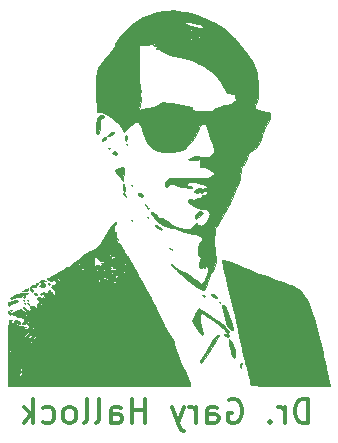
<source format=gbr>
%TF.GenerationSoftware,KiCad,Pcbnew,(5.1.5)-3*%
%TF.CreationDate,2021-01-06T02:35:00-06:00*%
%TF.ProjectId,BPS_Scrutineering,4250535f-5363-4727-9574-696e65657269,rev?*%
%TF.SameCoordinates,Original*%
%TF.FileFunction,Legend,Bot*%
%TF.FilePolarity,Positive*%
%FSLAX46Y46*%
G04 Gerber Fmt 4.6, Leading zero omitted, Abs format (unit mm)*
G04 Created by KiCad (PCBNEW (5.1.5)-3) date 2021-01-06 02:35:00*
%MOMM*%
%LPD*%
G04 APERTURE LIST*
%ADD10C,0.300000*%
%ADD11C,0.010000*%
G04 APERTURE END LIST*
D10*
X150800000Y-125904761D02*
X150800000Y-123904761D01*
X150323809Y-123904761D01*
X150038095Y-124000000D01*
X149847619Y-124190476D01*
X149752380Y-124380952D01*
X149657142Y-124761904D01*
X149657142Y-125047619D01*
X149752380Y-125428571D01*
X149847619Y-125619047D01*
X150038095Y-125809523D01*
X150323809Y-125904761D01*
X150800000Y-125904761D01*
X148800000Y-125904761D02*
X148800000Y-124571428D01*
X148800000Y-124952380D02*
X148704761Y-124761904D01*
X148609523Y-124666666D01*
X148419047Y-124571428D01*
X148228571Y-124571428D01*
X147561904Y-125714285D02*
X147466666Y-125809523D01*
X147561904Y-125904761D01*
X147657142Y-125809523D01*
X147561904Y-125714285D01*
X147561904Y-125904761D01*
X144038095Y-124000000D02*
X144228571Y-123904761D01*
X144514285Y-123904761D01*
X144800000Y-124000000D01*
X144990476Y-124190476D01*
X145085714Y-124380952D01*
X145180952Y-124761904D01*
X145180952Y-125047619D01*
X145085714Y-125428571D01*
X144990476Y-125619047D01*
X144800000Y-125809523D01*
X144514285Y-125904761D01*
X144323809Y-125904761D01*
X144038095Y-125809523D01*
X143942857Y-125714285D01*
X143942857Y-125047619D01*
X144323809Y-125047619D01*
X142228571Y-125904761D02*
X142228571Y-124857142D01*
X142323809Y-124666666D01*
X142514285Y-124571428D01*
X142895238Y-124571428D01*
X143085714Y-124666666D01*
X142228571Y-125809523D02*
X142419047Y-125904761D01*
X142895238Y-125904761D01*
X143085714Y-125809523D01*
X143180952Y-125619047D01*
X143180952Y-125428571D01*
X143085714Y-125238095D01*
X142895238Y-125142857D01*
X142419047Y-125142857D01*
X142228571Y-125047619D01*
X141276190Y-125904761D02*
X141276190Y-124571428D01*
X141276190Y-124952380D02*
X141180952Y-124761904D01*
X141085714Y-124666666D01*
X140895238Y-124571428D01*
X140704761Y-124571428D01*
X140228571Y-124571428D02*
X139752380Y-125904761D01*
X139276190Y-124571428D02*
X139752380Y-125904761D01*
X139942857Y-126380952D01*
X140038095Y-126476190D01*
X140228571Y-126571428D01*
X136990476Y-125904761D02*
X136990476Y-123904761D01*
X136990476Y-124857142D02*
X135847619Y-124857142D01*
X135847619Y-125904761D02*
X135847619Y-123904761D01*
X134038095Y-125904761D02*
X134038095Y-124857142D01*
X134133333Y-124666666D01*
X134323809Y-124571428D01*
X134704761Y-124571428D01*
X134895238Y-124666666D01*
X134038095Y-125809523D02*
X134228571Y-125904761D01*
X134704761Y-125904761D01*
X134895238Y-125809523D01*
X134990476Y-125619047D01*
X134990476Y-125428571D01*
X134895238Y-125238095D01*
X134704761Y-125142857D01*
X134228571Y-125142857D01*
X134038095Y-125047619D01*
X132800000Y-125904761D02*
X132990476Y-125809523D01*
X133085714Y-125619047D01*
X133085714Y-123904761D01*
X131752380Y-125904761D02*
X131942857Y-125809523D01*
X132038095Y-125619047D01*
X132038095Y-123904761D01*
X130704761Y-125904761D02*
X130895238Y-125809523D01*
X130990476Y-125714285D01*
X131085714Y-125523809D01*
X131085714Y-124952380D01*
X130990476Y-124761904D01*
X130895238Y-124666666D01*
X130704761Y-124571428D01*
X130419047Y-124571428D01*
X130228571Y-124666666D01*
X130133333Y-124761904D01*
X130038095Y-124952380D01*
X130038095Y-125523809D01*
X130133333Y-125714285D01*
X130228571Y-125809523D01*
X130419047Y-125904761D01*
X130704761Y-125904761D01*
X128323809Y-125809523D02*
X128514285Y-125904761D01*
X128895238Y-125904761D01*
X129085714Y-125809523D01*
X129180952Y-125714285D01*
X129276190Y-125523809D01*
X129276190Y-124952380D01*
X129180952Y-124761904D01*
X129085714Y-124666666D01*
X128895238Y-124571428D01*
X128514285Y-124571428D01*
X128323809Y-124666666D01*
X127466666Y-125904761D02*
X127466666Y-123904761D01*
X127276190Y-125142857D02*
X126704761Y-125904761D01*
X126704761Y-124571428D02*
X127466666Y-125333333D01*
D11*
%TO.C,Dr_Hallock1*%
G36*
X132985624Y-99981559D02*
G01*
X132875592Y-100256611D01*
X132823716Y-100685435D01*
X132818667Y-100917512D01*
X132834394Y-101265866D01*
X132879634Y-101458929D01*
X132951479Y-101492885D01*
X133047018Y-101363916D01*
X133088749Y-101271834D01*
X133140575Y-101055563D01*
X133169037Y-100752822D01*
X133170680Y-100552167D01*
X133168604Y-100276423D01*
X133192047Y-100129914D01*
X133253648Y-100073033D01*
X133326027Y-100065334D01*
X133467797Y-100024514D01*
X133484949Y-99939282D01*
X133390167Y-99874502D01*
X133156315Y-99855711D01*
X132985624Y-99981559D01*
G37*
X132985624Y-99981559D02*
X132875592Y-100256611D01*
X132823716Y-100685435D01*
X132818667Y-100917512D01*
X132834394Y-101265866D01*
X132879634Y-101458929D01*
X132951479Y-101492885D01*
X133047018Y-101363916D01*
X133088749Y-101271834D01*
X133140575Y-101055563D01*
X133169037Y-100752822D01*
X133170680Y-100552167D01*
X133168604Y-100276423D01*
X133192047Y-100129914D01*
X133253648Y-100073033D01*
X133326027Y-100065334D01*
X133467797Y-100024514D01*
X133484949Y-99939282D01*
X133390167Y-99874502D01*
X133156315Y-99855711D01*
X132985624Y-99981559D01*
G36*
X134109191Y-101300656D02*
G01*
X133945260Y-101416380D01*
X133804213Y-101546473D01*
X133750000Y-101634965D01*
X133752652Y-101661681D01*
X133790088Y-101657841D01*
X133906532Y-101610196D01*
X134067500Y-101539851D01*
X134256908Y-101429882D01*
X134341072Y-101326746D01*
X134302915Y-101260529D01*
X134231632Y-101250667D01*
X134109191Y-101300656D01*
G37*
X134109191Y-101300656D02*
X133945260Y-101416380D01*
X133804213Y-101546473D01*
X133750000Y-101634965D01*
X133752652Y-101661681D01*
X133790088Y-101657841D01*
X133906532Y-101610196D01*
X134067500Y-101539851D01*
X134256908Y-101429882D01*
X134341072Y-101326746D01*
X134302915Y-101260529D01*
X134231632Y-101250667D01*
X134109191Y-101300656D01*
G36*
X135309596Y-101560024D02*
G01*
X135297023Y-101610500D01*
X135285076Y-101826534D01*
X135297023Y-101906834D01*
X135331350Y-102010640D01*
X135374484Y-101957309D01*
X135396956Y-101906834D01*
X135420477Y-101704325D01*
X135396956Y-101610500D01*
X135342272Y-101506694D01*
X135309596Y-101560024D01*
G37*
X135309596Y-101560024D02*
X135297023Y-101610500D01*
X135285076Y-101826534D01*
X135297023Y-101906834D01*
X135331350Y-102010640D01*
X135374484Y-101957309D01*
X135396956Y-101906834D01*
X135420477Y-101704325D01*
X135396956Y-101610500D01*
X135342272Y-101506694D01*
X135309596Y-101560024D01*
G36*
X133465785Y-101723399D02*
G01*
X133348365Y-101843044D01*
X133326667Y-101937059D01*
X133338670Y-102068897D01*
X133394579Y-102071498D01*
X133524246Y-101943516D01*
X133538804Y-101927481D01*
X133643482Y-101771114D01*
X133615046Y-101697652D01*
X133465785Y-101723399D01*
G37*
X133465785Y-101723399D02*
X133348365Y-101843044D01*
X133326667Y-101937059D01*
X133338670Y-102068897D01*
X133394579Y-102071498D01*
X133524246Y-101943516D01*
X133538804Y-101927481D01*
X133643482Y-101771114D01*
X133615046Y-101697652D01*
X133465785Y-101723399D01*
G36*
X135358667Y-102309000D02*
G01*
X135401000Y-102351334D01*
X135443334Y-102309000D01*
X135401000Y-102266667D01*
X135358667Y-102309000D01*
G37*
X135358667Y-102309000D02*
X135401000Y-102351334D01*
X135443334Y-102309000D01*
X135401000Y-102266667D01*
X135358667Y-102309000D01*
G36*
X133862889Y-102633556D02*
G01*
X133874512Y-102683890D01*
X133919334Y-102690000D01*
X133989024Y-102659022D01*
X133975778Y-102633556D01*
X133875299Y-102623423D01*
X133862889Y-102633556D01*
G37*
X133862889Y-102633556D02*
X133874512Y-102683890D01*
X133919334Y-102690000D01*
X133989024Y-102659022D01*
X133975778Y-102633556D01*
X133875299Y-102623423D01*
X133862889Y-102633556D01*
G36*
X134212954Y-102948070D02*
G01*
X134193087Y-103067972D01*
X134211108Y-103105956D01*
X134318342Y-103176436D01*
X134468620Y-103195855D01*
X134580506Y-103160466D01*
X134596667Y-103123700D01*
X134538671Y-103013891D01*
X134466079Y-102941022D01*
X134324267Y-102892611D01*
X134212954Y-102948070D01*
G37*
X134212954Y-102948070D02*
X134193087Y-103067972D01*
X134211108Y-103105956D01*
X134318342Y-103176436D01*
X134468620Y-103195855D01*
X134580506Y-103160466D01*
X134596667Y-103123700D01*
X134538671Y-103013891D01*
X134466079Y-102941022D01*
X134324267Y-102892611D01*
X134212954Y-102948070D01*
G36*
X134756512Y-104298530D02*
G01*
X134732079Y-104307153D01*
X134536082Y-104399518D01*
X134432296Y-104490331D01*
X134427334Y-104508503D01*
X134479981Y-104658142D01*
X134605289Y-104855009D01*
X134754314Y-105028496D01*
X134829794Y-105089064D01*
X134956280Y-105220128D01*
X135027792Y-105343064D01*
X135087563Y-105471516D01*
X135092625Y-105442999D01*
X135072649Y-105335834D01*
X135064622Y-105188582D01*
X135091427Y-105145334D01*
X135137185Y-105073701D01*
X135170560Y-104852084D01*
X135191220Y-104518878D01*
X135153260Y-104321552D01*
X135011399Y-104249505D01*
X134756512Y-104298530D01*
G37*
X134756512Y-104298530D02*
X134732079Y-104307153D01*
X134536082Y-104399518D01*
X134432296Y-104490331D01*
X134427334Y-104508503D01*
X134479981Y-104658142D01*
X134605289Y-104855009D01*
X134754314Y-105028496D01*
X134829794Y-105089064D01*
X134956280Y-105220128D01*
X135027792Y-105343064D01*
X135087563Y-105471516D01*
X135092625Y-105442999D01*
X135072649Y-105335834D01*
X135064622Y-105188582D01*
X135091427Y-105145334D01*
X135137185Y-105073701D01*
X135170560Y-104852084D01*
X135191220Y-104518878D01*
X135153260Y-104321552D01*
X135011399Y-104249505D01*
X134756512Y-104298530D01*
G36*
X135782000Y-105780334D02*
G01*
X135824334Y-105822667D01*
X135866667Y-105780334D01*
X135824334Y-105738000D01*
X135782000Y-105780334D01*
G37*
X135782000Y-105780334D02*
X135824334Y-105822667D01*
X135866667Y-105780334D01*
X135824334Y-105738000D01*
X135782000Y-105780334D01*
G36*
X135129539Y-105648640D02*
G01*
X135118511Y-105797979D01*
X135114684Y-105928500D01*
X135124809Y-106162808D01*
X135161810Y-106307773D01*
X135189334Y-106330667D01*
X135256213Y-106261448D01*
X135263983Y-106182500D01*
X135236073Y-105993357D01*
X135189334Y-105780334D01*
X135150759Y-105647498D01*
X135129539Y-105648640D01*
G37*
X135129539Y-105648640D02*
X135118511Y-105797979D01*
X135114684Y-105928500D01*
X135124809Y-106162808D01*
X135161810Y-106307773D01*
X135189334Y-106330667D01*
X135256213Y-106261448D01*
X135263983Y-106182500D01*
X135236073Y-105993357D01*
X135189334Y-105780334D01*
X135150759Y-105647498D01*
X135129539Y-105648640D01*
G36*
X136333392Y-106444641D02*
G01*
X136351226Y-106538823D01*
X136374712Y-106584750D01*
X136508039Y-106723683D01*
X136660745Y-106746219D01*
X136752051Y-106675184D01*
X136736170Y-106571553D01*
X136592025Y-106480036D01*
X136435233Y-106439033D01*
X136333392Y-106444641D01*
G37*
X136333392Y-106444641D02*
X136351226Y-106538823D01*
X136374712Y-106584750D01*
X136508039Y-106723683D01*
X136660745Y-106746219D01*
X136752051Y-106675184D01*
X136736170Y-106571553D01*
X136592025Y-106480036D01*
X136435233Y-106439033D01*
X136333392Y-106444641D01*
G36*
X135110821Y-106503542D02*
G01*
X135172415Y-106634981D01*
X135228974Y-106716651D01*
X135324839Y-106809242D01*
X135355974Y-106769119D01*
X135302970Y-106621730D01*
X135231667Y-106530238D01*
X135130723Y-106458147D01*
X135110821Y-106503542D01*
G37*
X135110821Y-106503542D02*
X135172415Y-106634981D01*
X135228974Y-106716651D01*
X135324839Y-106809242D01*
X135355974Y-106769119D01*
X135302970Y-106621730D01*
X135231667Y-106530238D01*
X135130723Y-106458147D01*
X135110821Y-106503542D01*
G36*
X136922147Y-107434845D02*
G01*
X136932121Y-107461691D01*
X137008267Y-107565730D01*
X137098441Y-107609819D01*
X137136667Y-107568700D01*
X137080499Y-107495734D01*
X137007729Y-107429725D01*
X136915938Y-107367951D01*
X136922147Y-107434845D01*
G37*
X136922147Y-107434845D02*
X136932121Y-107461691D01*
X137008267Y-107565730D01*
X137098441Y-107609819D01*
X137136667Y-107568700D01*
X137080499Y-107495734D01*
X137007729Y-107429725D01*
X136915938Y-107367951D01*
X136922147Y-107434845D01*
G36*
X137164889Y-107713556D02*
G01*
X137176512Y-107763890D01*
X137221334Y-107770000D01*
X137291024Y-107739022D01*
X137277778Y-107713556D01*
X137177299Y-107703423D01*
X137164889Y-107713556D01*
G37*
X137164889Y-107713556D02*
X137176512Y-107763890D01*
X137221334Y-107770000D01*
X137291024Y-107739022D01*
X137277778Y-107713556D01*
X137177299Y-107703423D01*
X137164889Y-107713556D01*
G36*
X137136667Y-108489667D02*
G01*
X137179000Y-108532000D01*
X137221334Y-108489667D01*
X137179000Y-108447334D01*
X137136667Y-108489667D01*
G37*
X137136667Y-108489667D02*
X137179000Y-108532000D01*
X137221334Y-108489667D01*
X137179000Y-108447334D01*
X137136667Y-108489667D01*
G36*
X141528719Y-107981211D02*
G01*
X141405639Y-108077815D01*
X141279834Y-108243793D01*
X141187574Y-108419597D01*
X141165130Y-108545682D01*
X141174676Y-108562453D01*
X141265806Y-108610823D01*
X141389473Y-108569771D01*
X141585322Y-108424290D01*
X141623270Y-108392623D01*
X141786042Y-108240283D01*
X141828309Y-108140066D01*
X141771798Y-108050845D01*
X141616880Y-107974248D01*
X141528719Y-107981211D01*
G37*
X141528719Y-107981211D02*
X141405639Y-108077815D01*
X141279834Y-108243793D01*
X141187574Y-108419597D01*
X141165130Y-108545682D01*
X141174676Y-108562453D01*
X141265806Y-108610823D01*
X141389473Y-108569771D01*
X141585322Y-108424290D01*
X141623270Y-108392623D01*
X141786042Y-108240283D01*
X141828309Y-108140066D01*
X141771798Y-108050845D01*
X141616880Y-107974248D01*
X141528719Y-107981211D01*
G36*
X135782000Y-108743667D02*
G01*
X135824334Y-108786000D01*
X135866667Y-108743667D01*
X135824334Y-108701334D01*
X135782000Y-108743667D01*
G37*
X135782000Y-108743667D02*
X135824334Y-108786000D01*
X135866667Y-108743667D01*
X135824334Y-108701334D01*
X135782000Y-108743667D01*
G36*
X137814018Y-109195221D02*
G01*
X137814000Y-109196617D01*
X137881395Y-109298644D01*
X138039112Y-109419863D01*
X138220457Y-109516077D01*
X138340188Y-109545307D01*
X138369678Y-109503738D01*
X138279667Y-109412104D01*
X138037567Y-109243628D01*
X137874751Y-109167817D01*
X137814018Y-109195221D01*
G37*
X137814018Y-109195221D02*
X137814000Y-109196617D01*
X137881395Y-109298644D01*
X138039112Y-109419863D01*
X138220457Y-109516077D01*
X138340188Y-109545307D01*
X138369678Y-109503738D01*
X138279667Y-109412104D01*
X138037567Y-109243628D01*
X137874751Y-109167817D01*
X137814018Y-109195221D01*
G36*
X134541104Y-110277203D02*
G01*
X134554334Y-110310000D01*
X134630416Y-110390771D01*
X134643997Y-110394667D01*
X134680363Y-110329161D01*
X134681334Y-110310000D01*
X134616246Y-110228587D01*
X134591670Y-110225334D01*
X134541104Y-110277203D01*
G37*
X134541104Y-110277203D02*
X134554334Y-110310000D01*
X134630416Y-110390771D01*
X134643997Y-110394667D01*
X134680363Y-110329161D01*
X134681334Y-110310000D01*
X134616246Y-110228587D01*
X134591670Y-110225334D01*
X134541104Y-110277203D01*
G36*
X138999334Y-111114334D02*
G01*
X139041667Y-111156667D01*
X139084000Y-111114334D01*
X139041667Y-111072000D01*
X138999334Y-111114334D01*
G37*
X138999334Y-111114334D02*
X139041667Y-111156667D01*
X139084000Y-111114334D01*
X139041667Y-111072000D01*
X138999334Y-111114334D01*
G36*
X139168667Y-111199000D02*
G01*
X139211000Y-111241334D01*
X139253334Y-111199000D01*
X139211000Y-111156667D01*
X139168667Y-111199000D01*
G37*
X139168667Y-111199000D02*
X139211000Y-111241334D01*
X139253334Y-111199000D01*
X139211000Y-111156667D01*
X139168667Y-111199000D01*
G36*
X128208533Y-113816318D02*
G01*
X128050619Y-113872376D01*
X127992667Y-113952280D01*
X128063594Y-114019765D01*
X128162000Y-114035334D01*
X128299518Y-113996133D01*
X128331334Y-113941608D01*
X128394041Y-113887450D01*
X128479500Y-113904291D01*
X128574937Y-113927775D01*
X128530967Y-113863250D01*
X128528033Y-113860282D01*
X128392601Y-113808003D01*
X128208533Y-113816318D01*
G37*
X128208533Y-113816318D02*
X128050619Y-113872376D01*
X127992667Y-113952280D01*
X128063594Y-114019765D01*
X128162000Y-114035334D01*
X128299518Y-113996133D01*
X128331334Y-113941608D01*
X128394041Y-113887450D01*
X128479500Y-113904291D01*
X128574937Y-113927775D01*
X128530967Y-113863250D01*
X128528033Y-113860282D01*
X128392601Y-113808003D01*
X128208533Y-113816318D01*
G36*
X127742113Y-114096794D02*
G01*
X127738667Y-114120000D01*
X127767554Y-114202466D01*
X127776004Y-114204667D01*
X127848290Y-114145338D01*
X127865667Y-114120000D01*
X127858954Y-114041981D01*
X127828331Y-114035334D01*
X127742113Y-114096794D01*
G37*
X127742113Y-114096794D02*
X127738667Y-114120000D01*
X127767554Y-114202466D01*
X127776004Y-114204667D01*
X127848290Y-114145338D01*
X127865667Y-114120000D01*
X127858954Y-114041981D01*
X127828331Y-114035334D01*
X127742113Y-114096794D01*
G36*
X128704369Y-114076379D02*
G01*
X128712334Y-114120000D01*
X128820577Y-114201437D01*
X128844331Y-114204667D01*
X128921720Y-114140088D01*
X128924000Y-114120000D01*
X128855085Y-114045696D01*
X128792004Y-114035334D01*
X128704369Y-114076379D01*
G37*
X128704369Y-114076379D02*
X128712334Y-114120000D01*
X128820577Y-114201437D01*
X128844331Y-114204667D01*
X128921720Y-114140088D01*
X128924000Y-114120000D01*
X128855085Y-114045696D01*
X128792004Y-114035334D01*
X128704369Y-114076379D01*
G36*
X128246667Y-114145917D02*
G01*
X128071648Y-114227626D01*
X127993000Y-114295264D01*
X127992667Y-114298286D01*
X128066105Y-114348701D01*
X128243097Y-114391531D01*
X128246667Y-114392060D01*
X128426092Y-114400031D01*
X128493317Y-114329837D01*
X128500667Y-114239691D01*
X128485786Y-114115099D01*
X128408589Y-114093190D01*
X128246667Y-114145917D01*
G37*
X128246667Y-114145917D02*
X128071648Y-114227626D01*
X127993000Y-114295264D01*
X127992667Y-114298286D01*
X128066105Y-114348701D01*
X128243097Y-114391531D01*
X128246667Y-114392060D01*
X128426092Y-114400031D01*
X128493317Y-114329837D01*
X128500667Y-114239691D01*
X128485786Y-114115099D01*
X128408589Y-114093190D01*
X128246667Y-114145917D01*
G36*
X138985387Y-90997891D02*
G01*
X138540694Y-91045539D01*
X138081214Y-91124268D01*
X137656107Y-91228299D01*
X137537111Y-91265407D01*
X136789415Y-91587188D01*
X136063083Y-92036703D01*
X135418000Y-92576791D01*
X135408114Y-92586510D01*
X135075121Y-92940288D01*
X134789822Y-93291780D01*
X134573968Y-93610212D01*
X134449308Y-93864809D01*
X134427334Y-93974278D01*
X134371557Y-94090398D01*
X134220617Y-94295003D01*
X133999098Y-94556851D01*
X133790779Y-94783202D01*
X133459606Y-95154447D01*
X133201450Y-95509745D01*
X133010278Y-95874954D01*
X132880059Y-96275933D01*
X132804761Y-96738539D01*
X132778351Y-97288630D01*
X132794797Y-97952064D01*
X132848067Y-98754700D01*
X132852204Y-98806618D01*
X132917655Y-99622236D01*
X133255083Y-99626893D01*
X133466989Y-99651294D01*
X133668453Y-99734749D01*
X133909576Y-99902315D01*
X134073423Y-100036186D01*
X134424660Y-100333570D01*
X134669939Y-100548843D01*
X134833874Y-100707710D01*
X134941079Y-100835878D01*
X135016167Y-100959054D01*
X135074154Y-101081334D01*
X135162962Y-101264991D01*
X135219155Y-101309519D01*
X135274204Y-101232528D01*
X135289030Y-101201577D01*
X135419988Y-101033792D01*
X135614023Y-100882334D01*
X135799903Y-100732944D01*
X135909055Y-100573137D01*
X135909554Y-100571590D01*
X136026101Y-100440394D01*
X136218789Y-100406744D01*
X136421967Y-100475620D01*
X136486418Y-100527847D01*
X136575505Y-100678169D01*
X136668168Y-100927524D01*
X136714900Y-101099347D01*
X136917764Y-101753406D01*
X137190925Y-102258258D01*
X137544295Y-102622895D01*
X137987787Y-102856312D01*
X138531314Y-102967500D01*
X138787667Y-102979872D01*
X139351007Y-102967680D01*
X139782826Y-102911715D01*
X140117147Y-102803837D01*
X140387990Y-102635908D01*
X140451790Y-102581782D01*
X140637752Y-102386485D01*
X140852223Y-102118576D01*
X141068157Y-101817815D01*
X141258507Y-101523959D01*
X141396228Y-101276764D01*
X141454274Y-101115989D01*
X141454667Y-101107562D01*
X141509951Y-100916821D01*
X141641944Y-100724492D01*
X141799856Y-100594763D01*
X141877371Y-100573334D01*
X142003904Y-100597741D01*
X142107213Y-100689016D01*
X142202795Y-100874235D01*
X142306148Y-101180475D01*
X142386227Y-101462334D01*
X142488348Y-101810423D01*
X142591541Y-102120784D01*
X142676536Y-102336272D01*
X142690415Y-102364397D01*
X142802410Y-102711839D01*
X142768297Y-103013690D01*
X142609517Y-103248866D01*
X142347515Y-103396280D01*
X142003731Y-103434845D01*
X141669469Y-103368368D01*
X141411318Y-103311579D01*
X141153105Y-103333887D01*
X140983742Y-103378025D01*
X140767845Y-103460247D01*
X140647061Y-103542821D01*
X140636922Y-103576558D01*
X140681083Y-103629363D01*
X140789067Y-103650576D01*
X140997010Y-103642210D01*
X141285334Y-103612665D01*
X141581667Y-103579000D01*
X141573794Y-103946492D01*
X141575535Y-104174021D01*
X141613852Y-104274438D01*
X141718771Y-104289835D01*
X141810355Y-104278109D01*
X141999168Y-104273914D01*
X142098392Y-104312783D01*
X142210144Y-104372980D01*
X142297272Y-104383334D01*
X142452843Y-104444027D01*
X142501285Y-104510333D01*
X142614436Y-104622964D01*
X142679677Y-104637334D01*
X142795009Y-104685159D01*
X142792640Y-104802428D01*
X142684663Y-104949826D01*
X142552803Y-105049828D01*
X142439576Y-105108458D01*
X142305604Y-105148866D01*
X142121755Y-105173193D01*
X141858900Y-105183581D01*
X141487907Y-105182171D01*
X140979646Y-105171103D01*
X140922970Y-105169622D01*
X140446164Y-105158107D01*
X140019512Y-105149780D01*
X139675954Y-105145130D01*
X139448431Y-105144649D01*
X139380334Y-105146640D01*
X139150254Y-105163848D01*
X139052812Y-105170745D01*
X138906476Y-105253931D01*
X138775427Y-105440439D01*
X138692633Y-105665184D01*
X138691060Y-105863080D01*
X138695544Y-105876098D01*
X138757258Y-105974116D01*
X138823118Y-105918470D01*
X138948049Y-105796763D01*
X139093730Y-105705079D01*
X139269806Y-105648954D01*
X139448272Y-105692360D01*
X139549667Y-105744700D01*
X139739665Y-105824095D01*
X140010175Y-105905996D01*
X140312441Y-105979697D01*
X140597708Y-106034491D01*
X140817222Y-106059673D01*
X140921043Y-106045846D01*
X140931560Y-105949705D01*
X140845421Y-105864979D01*
X140732627Y-105854195D01*
X140597881Y-105844754D01*
X140495316Y-105751702D01*
X140470029Y-105634287D01*
X140517854Y-105572053D01*
X140706172Y-105517751D01*
X140980697Y-105501379D01*
X141262803Y-105522094D01*
X141473864Y-105579053D01*
X141480283Y-105582376D01*
X141700781Y-105663515D01*
X141852133Y-105693287D01*
X142076739Y-105760553D01*
X142186409Y-105872772D01*
X142176875Y-105987993D01*
X142043873Y-106064268D01*
X141890771Y-106073196D01*
X141537654Y-106063746D01*
X141314000Y-106087080D01*
X141236287Y-106140956D01*
X141243000Y-106161334D01*
X141222895Y-106233063D01*
X141158334Y-106246000D01*
X141066886Y-106285824D01*
X141073667Y-106330667D01*
X141187114Y-106389332D01*
X141388837Y-106414041D01*
X141396164Y-106414037D01*
X141564227Y-106401973D01*
X141580072Y-106361931D01*
X141539334Y-106330667D01*
X141472202Y-106268686D01*
X141556055Y-106248185D01*
X141600177Y-106247297D01*
X141735796Y-106277723D01*
X141737951Y-106391240D01*
X141736953Y-106394167D01*
X141713885Y-106484334D01*
X141763778Y-106440948D01*
X141812033Y-106380410D01*
X141961041Y-106274281D01*
X142103560Y-106286385D01*
X142180665Y-106401799D01*
X142179984Y-106473596D01*
X142098521Y-106592326D01*
X141975040Y-106600512D01*
X141823912Y-106625453D01*
X141793334Y-106706345D01*
X141721646Y-106815041D01*
X141609501Y-106838667D01*
X141402362Y-106894285D01*
X141268833Y-106980600D01*
X141125717Y-107070934D01*
X141015389Y-107025885D01*
X141012400Y-107022933D01*
X140837020Y-106923485D01*
X140671629Y-106937106D01*
X140567551Y-107041947D01*
X140573577Y-107209750D01*
X140682102Y-107324251D01*
X140900342Y-107462360D01*
X141175863Y-107598897D01*
X141456227Y-107708681D01*
X141688999Y-107766533D01*
X141740246Y-107770000D01*
X142092871Y-107823778D01*
X142332610Y-107969715D01*
X142443925Y-108184719D01*
X142411275Y-108445694D01*
X142312222Y-108620048D01*
X142192041Y-108799532D01*
X142132763Y-108921239D01*
X142131465Y-108930738D01*
X142064848Y-109013442D01*
X141902637Y-109127244D01*
X141877465Y-109141896D01*
X141705472Y-109217405D01*
X141625550Y-109205436D01*
X141624000Y-109195521D01*
X141557263Y-109139975D01*
X141461002Y-109147542D01*
X141342071Y-109149168D01*
X141341700Y-109051584D01*
X141320987Y-109024434D01*
X141219405Y-109110179D01*
X141139019Y-109198002D01*
X140947409Y-109385861D01*
X140753472Y-109468193D01*
X140517488Y-109485585D01*
X140231016Y-109477463D01*
X139981252Y-109454062D01*
X139930667Y-109445480D01*
X139688821Y-109369561D01*
X139427353Y-109247539D01*
X139194310Y-109107325D01*
X139037739Y-108976829D01*
X138999334Y-108904452D01*
X138928669Y-108808892D01*
X138827343Y-108786000D01*
X138664538Y-108730829D01*
X138606618Y-108659000D01*
X138481449Y-108562779D01*
X138233272Y-108532000D01*
X138008443Y-108508554D01*
X137862867Y-108450551D01*
X137848249Y-108434252D01*
X137838270Y-108376315D01*
X137885585Y-108396915D01*
X137972590Y-108400318D01*
X137983334Y-108365006D01*
X137914568Y-108261787D01*
X137835167Y-108218019D01*
X137676656Y-108125373D01*
X137627026Y-108073217D01*
X137535745Y-108032675D01*
X137469559Y-108080575D01*
X137449180Y-108164450D01*
X137524613Y-108303216D01*
X137709810Y-108518493D01*
X137837865Y-108651367D01*
X138074701Y-108876170D01*
X138280321Y-109043142D01*
X138416782Y-109122094D01*
X138432777Y-109124667D01*
X138564070Y-109171028D01*
X138590112Y-109208052D01*
X138682065Y-109266239D01*
X138892547Y-109333287D01*
X139126334Y-109384866D01*
X139429033Y-109446503D01*
X139683929Y-109508803D01*
X139803667Y-109546525D01*
X140283846Y-109725293D01*
X140676278Y-109841452D01*
X140951540Y-109886404D01*
X140967792Y-109886667D01*
X141184397Y-109919996D01*
X141428061Y-110003202D01*
X141643486Y-110111116D01*
X141775374Y-110218568D01*
X141792776Y-110262181D01*
X141749104Y-110389387D01*
X141643586Y-110577560D01*
X141632409Y-110594732D01*
X141541507Y-110802513D01*
X141482512Y-111072251D01*
X141457272Y-111356968D01*
X141467637Y-111609685D01*
X141515458Y-111783422D01*
X141583617Y-111834000D01*
X141684639Y-111861455D01*
X141694071Y-111963751D01*
X141611492Y-112170783D01*
X141577901Y-112239444D01*
X141497410Y-112445039D01*
X141512959Y-112595291D01*
X141555934Y-112675785D01*
X141683790Y-112827718D01*
X141788999Y-112820957D01*
X141841254Y-112756294D01*
X141917687Y-112717651D01*
X141971954Y-112777461D01*
X142026577Y-112818682D01*
X142046904Y-112702545D01*
X142047334Y-112680667D01*
X142061208Y-112544350D01*
X142108248Y-112560619D01*
X142133297Y-112596000D01*
X142213226Y-112680376D01*
X142291330Y-112614695D01*
X142304475Y-112596000D01*
X142352082Y-112568108D01*
X142356777Y-112667666D01*
X142325233Y-112860216D01*
X142264121Y-113111296D01*
X142180114Y-113386447D01*
X142118514Y-113556443D01*
X142006052Y-113806820D01*
X141887625Y-114012697D01*
X141785094Y-114143787D01*
X141720321Y-114169805D01*
X141718411Y-114162334D01*
X141539334Y-114162334D01*
X141497000Y-114204667D01*
X141454667Y-114162334D01*
X141497000Y-114120000D01*
X141539334Y-114162334D01*
X141718411Y-114162334D01*
X141708667Y-114124233D01*
X141639433Y-114027331D01*
X141476995Y-113927685D01*
X141258169Y-113806971D01*
X141110507Y-113696667D01*
X140825124Y-113442597D01*
X140595265Y-113266834D01*
X140448770Y-113190305D01*
X140434650Y-113188667D01*
X140274346Y-113143027D01*
X140030860Y-113025561D01*
X139756917Y-112865449D01*
X139505244Y-112691874D01*
X139433973Y-112634854D01*
X139243663Y-112485455D01*
X139159065Y-112442053D01*
X139168738Y-112488379D01*
X139261239Y-112608167D01*
X139425125Y-112785149D01*
X139648955Y-113003056D01*
X139771804Y-113115159D01*
X140078277Y-113389347D01*
X140376170Y-113656227D01*
X140616058Y-113871505D01*
X140681971Y-113930789D01*
X140918511Y-114121606D01*
X141149995Y-114274299D01*
X141221834Y-114311290D01*
X141386433Y-114401250D01*
X141454667Y-114471052D01*
X141525629Y-114533983D01*
X141698057Y-114611509D01*
X141714044Y-114617188D01*
X141889372Y-114664828D01*
X141989664Y-114623702D01*
X142076012Y-114461635D01*
X142095044Y-114416523D01*
X142175974Y-114193408D01*
X142215806Y-114025881D01*
X142216667Y-114010113D01*
X142252415Y-113889052D01*
X142348757Y-113655239D01*
X142489344Y-113346763D01*
X142598471Y-113120680D01*
X142770702Y-112765940D01*
X142878870Y-112512555D01*
X142934751Y-112310479D01*
X142950117Y-112109665D01*
X142936745Y-111860066D01*
X142925551Y-111730453D01*
X142888364Y-111405302D01*
X142842379Y-111133408D01*
X142797226Y-110971140D01*
X142795043Y-110966681D01*
X142764774Y-110795634D01*
X142769569Y-110511718D01*
X142802643Y-110166142D01*
X142857210Y-109810117D01*
X142926484Y-109494853D01*
X143003679Y-109271560D01*
X143024601Y-109234289D01*
X143147732Y-109034496D01*
X143299578Y-108772953D01*
X143353463Y-108676683D01*
X143773742Y-107909824D01*
X144116008Y-107267760D01*
X144389057Y-106729895D01*
X144601682Y-106275634D01*
X144762678Y-105884383D01*
X144880842Y-105535546D01*
X144964966Y-105208527D01*
X145023847Y-104882733D01*
X145046909Y-104711070D01*
X145119784Y-104351645D01*
X145244495Y-104111929D01*
X145305483Y-104046093D01*
X145446926Y-103848590D01*
X145568626Y-103571383D01*
X145603359Y-103451893D01*
X145682827Y-103196065D01*
X145709959Y-103155667D01*
X144672000Y-103155667D01*
X144629667Y-103198000D01*
X144587334Y-103155667D01*
X144629667Y-103113334D01*
X144672000Y-103155667D01*
X145709959Y-103155667D01*
X145802071Y-103018522D01*
X146009958Y-102855443D01*
X146107822Y-102793003D01*
X146315617Y-102652076D01*
X146463733Y-102507828D01*
X146584888Y-102314553D01*
X146711801Y-102026544D01*
X146778799Y-101855697D01*
X146898846Y-101531509D01*
X146990318Y-101259939D01*
X147038640Y-101085241D01*
X147042667Y-101054435D01*
X147089564Y-100922147D01*
X147209151Y-100714785D01*
X147296667Y-100586770D01*
X147499446Y-100214663D01*
X147550667Y-99940680D01*
X147549739Y-99931278D01*
X136198650Y-99931278D01*
X136183083Y-100041092D01*
X136154181Y-100042403D01*
X136135620Y-99938334D01*
X135189334Y-99938334D01*
X135147000Y-99980667D01*
X135104667Y-99938334D01*
X135147000Y-99896000D01*
X135189334Y-99938334D01*
X136135620Y-99938334D01*
X136133970Y-99929086D01*
X136147497Y-99880125D01*
X136185092Y-99848055D01*
X136198650Y-99931278D01*
X147549739Y-99931278D01*
X147530154Y-99732962D01*
X147441680Y-99631829D01*
X147317834Y-99592098D01*
X146867918Y-99486039D01*
X146561227Y-99403759D01*
X146374739Y-99336845D01*
X146285434Y-99276887D01*
X146270291Y-99215470D01*
X146271713Y-99209817D01*
X146313024Y-99065517D01*
X146383002Y-98822760D01*
X146434773Y-98643715D01*
X146487011Y-98428458D01*
X144667000Y-98428458D01*
X144640590Y-98557375D01*
X144564420Y-98661009D01*
X144231405Y-98881815D01*
X143840062Y-98964622D01*
X143830900Y-98964667D01*
X143650095Y-98983476D01*
X143571443Y-99028924D01*
X143571334Y-99030849D01*
X143497815Y-99091521D01*
X143311217Y-99170401D01*
X143190334Y-99209528D01*
X142965988Y-99289111D01*
X142829076Y-99363397D01*
X142809334Y-99391137D01*
X142763706Y-99457485D01*
X142613104Y-99503253D01*
X142336949Y-99531820D01*
X141914665Y-99546565D01*
X141856834Y-99547512D01*
X141495872Y-99541700D01*
X141271882Y-99512893D01*
X141200667Y-99466961D01*
X141134967Y-99414947D01*
X141035341Y-99429062D01*
X140912542Y-99439157D01*
X140899389Y-99329926D01*
X140902375Y-99313503D01*
X140895769Y-99208390D01*
X140802721Y-99134834D01*
X140587694Y-99069671D01*
X140496201Y-99048763D01*
X140117526Y-98975482D01*
X139672935Y-98904773D01*
X139219864Y-98844276D01*
X138815749Y-98801635D01*
X138518026Y-98784491D01*
X138509616Y-98784445D01*
X138221481Y-98850189D01*
X138086283Y-98959098D01*
X137920193Y-99081843D01*
X137630065Y-99189067D01*
X137199928Y-99285478D01*
X136721815Y-99361120D01*
X136496221Y-99384319D01*
X136406163Y-99365158D01*
X136421646Y-99296958D01*
X136423101Y-99294608D01*
X136498755Y-99121998D01*
X136560864Y-98892368D01*
X136602795Y-98652376D01*
X136617915Y-98448681D01*
X136599590Y-98327940D01*
X136561853Y-98318634D01*
X136515123Y-98298188D01*
X136522414Y-98179833D01*
X136572289Y-98021830D01*
X136645591Y-97892001D01*
X136658608Y-97775512D01*
X136596468Y-97722346D01*
X136553556Y-97672866D01*
X136520116Y-97564935D01*
X136494538Y-97378423D01*
X136475212Y-97093199D01*
X136460529Y-96689133D01*
X136448880Y-96146096D01*
X136443606Y-95810423D01*
X136437687Y-95272262D01*
X136435999Y-94795673D01*
X136438335Y-94405045D01*
X136444486Y-94124766D01*
X136454245Y-93979223D01*
X136459334Y-93964144D01*
X136561559Y-93953566D01*
X136773290Y-93932373D01*
X136905101Y-93919322D01*
X137200358Y-93876886D01*
X137461190Y-93817756D01*
X137530677Y-93795054D01*
X137714096Y-93750681D01*
X137809939Y-93771889D01*
X137785806Y-93843337D01*
X137726882Y-93887974D01*
X137663268Y-93947719D01*
X137752023Y-93967385D01*
X137787837Y-93968037D01*
X137958683Y-94003730D01*
X138025667Y-94054000D01*
X138005562Y-94125729D01*
X137941000Y-94138667D01*
X137851205Y-94180891D01*
X137859901Y-94229106D01*
X137975453Y-94284406D01*
X138036152Y-94273359D01*
X138178225Y-94293615D01*
X138325442Y-94396108D01*
X138532692Y-94544242D01*
X138855493Y-94681845D01*
X139311989Y-94815283D01*
X139888334Y-94944459D01*
X140488254Y-95078769D01*
X140932409Y-95207679D01*
X141234089Y-95335462D01*
X141355614Y-95416166D01*
X141500050Y-95511736D01*
X141746258Y-95651263D01*
X142043128Y-95805899D01*
X142068171Y-95818374D01*
X142406955Y-96005847D01*
X142669638Y-96208991D01*
X142918433Y-96480831D01*
X143061544Y-96665040D01*
X143278330Y-96963788D01*
X143468630Y-97244124D01*
X143597221Y-97453772D01*
X143612627Y-97483000D01*
X143780134Y-97780118D01*
X143936210Y-97948757D01*
X144121127Y-98021685D01*
X144289042Y-98033334D01*
X144494790Y-98045219D01*
X144571739Y-98097296D01*
X144562802Y-98202667D01*
X144558053Y-98337675D01*
X144595260Y-98372000D01*
X144667000Y-98428458D01*
X146487011Y-98428458D01*
X146488605Y-98421892D01*
X146518713Y-98186585D01*
X146526333Y-97897975D01*
X146512706Y-97516246D01*
X146483814Y-97067371D01*
X146449222Y-96607130D01*
X146415751Y-96275731D01*
X146373508Y-96033040D01*
X146312601Y-95838925D01*
X146223136Y-95653251D01*
X146095221Y-95435886D01*
X146072466Y-95398656D01*
X145418312Y-94435000D01*
X138660667Y-94435000D01*
X138618334Y-94477334D01*
X138576000Y-94435000D01*
X138618334Y-94392667D01*
X138660667Y-94435000D01*
X145418312Y-94435000D01*
X145343947Y-94325451D01*
X145000626Y-93908936D01*
X140509686Y-93908936D01*
X140489085Y-93956252D01*
X140403835Y-94047145D01*
X140354825Y-94028500D01*
X140354000Y-94016664D01*
X140414137Y-93945051D01*
X140451749Y-93918915D01*
X140509686Y-93908936D01*
X145000626Y-93908936D01*
X144820297Y-93690163D01*
X140555137Y-93690163D01*
X140438667Y-93701965D01*
X140318472Y-93688660D01*
X140332834Y-93659260D01*
X140506176Y-93648078D01*
X140544500Y-93659260D01*
X140555137Y-93690163D01*
X144820297Y-93690163D01*
X144654941Y-93489556D01*
X141511112Y-93489556D01*
X141499489Y-93539890D01*
X141454667Y-93546000D01*
X141384977Y-93515022D01*
X141398223Y-93489556D01*
X141498702Y-93479423D01*
X141511112Y-93489556D01*
X144654941Y-93489556D01*
X144598083Y-93420576D01*
X141149143Y-93420576D01*
X141127875Y-93442278D01*
X140953153Y-93452130D01*
X140925500Y-93452894D01*
X140721542Y-93438408D01*
X140613289Y-93391911D01*
X140608000Y-93376667D01*
X140660668Y-93308889D01*
X140831084Y-93320720D01*
X141031334Y-93376667D01*
X141149143Y-93420576D01*
X144598083Y-93420576D01*
X144546975Y-93358574D01*
X141806486Y-93358574D01*
X141696678Y-93349536D01*
X141502056Y-93296791D01*
X141370000Y-93249667D01*
X141206220Y-93174213D01*
X141202383Y-93136669D01*
X141243000Y-93132927D01*
X141439507Y-93165859D01*
X141666334Y-93246609D01*
X141805149Y-93324174D01*
X141806486Y-93358574D01*
X144546975Y-93358574D01*
X144533443Y-93342158D01*
X144262157Y-93054026D01*
X143989167Y-92783623D01*
X143856254Y-92668652D01*
X141241085Y-92668652D01*
X141200667Y-92699334D01*
X141107259Y-92755658D01*
X141022329Y-92772760D01*
X140892628Y-92746562D01*
X140664909Y-92672982D01*
X140608000Y-92653922D01*
X140404410Y-92582580D01*
X140355612Y-92554012D01*
X140454348Y-92561864D01*
X140512750Y-92570540D01*
X140804774Y-92603102D01*
X141063084Y-92615963D01*
X141228172Y-92628111D01*
X141241085Y-92668652D01*
X143856254Y-92668652D01*
X143746314Y-92573554D01*
X143490184Y-92394438D01*
X143455820Y-92374934D01*
X141946209Y-92374934D01*
X141923604Y-92416155D01*
X141835667Y-92453926D01*
X141615067Y-92490948D01*
X141497000Y-92477981D01*
X141305286Y-92429089D01*
X141046209Y-92364242D01*
X140989000Y-92350061D01*
X140755427Y-92278553D01*
X140592926Y-92204192D01*
X140569900Y-92186478D01*
X140511563Y-92159611D01*
X139603750Y-92159611D01*
X139491293Y-92174269D01*
X139465000Y-92174828D01*
X139320405Y-92165676D01*
X139307674Y-92139172D01*
X139315222Y-92135798D01*
X139483302Y-92119049D01*
X139569222Y-92132660D01*
X139603750Y-92159611D01*
X140511563Y-92159611D01*
X140429122Y-92121643D01*
X140273567Y-92097600D01*
X140188801Y-92081420D01*
X140266614Y-92045497D01*
X140420985Y-92007261D01*
X140728387Y-91969126D01*
X141016118Y-92019103D01*
X141155312Y-92067680D01*
X141397351Y-92139397D01*
X141582480Y-92157683D01*
X141630576Y-92144936D01*
X141695581Y-92128652D01*
X141678186Y-92172156D01*
X141701727Y-92263512D01*
X141813271Y-92324765D01*
X141946209Y-92374934D01*
X143455820Y-92374934D01*
X143177361Y-92216893D01*
X142764430Y-92011535D01*
X142620238Y-91942812D01*
X141972517Y-91651789D01*
X141945414Y-91641000D01*
X139338000Y-91641000D01*
X139295667Y-91683334D01*
X139253334Y-91641000D01*
X139295667Y-91598667D01*
X139338000Y-91641000D01*
X141945414Y-91641000D01*
X141370967Y-91412330D01*
X140841289Y-91233223D01*
X140409184Y-91123260D01*
X140128631Y-91090667D01*
X139860241Y-91066094D01*
X139633775Y-91018952D01*
X139366133Y-90987103D01*
X138985387Y-90997891D01*
G37*
X138985387Y-90997891D02*
X138540694Y-91045539D01*
X138081214Y-91124268D01*
X137656107Y-91228299D01*
X137537111Y-91265407D01*
X136789415Y-91587188D01*
X136063083Y-92036703D01*
X135418000Y-92576791D01*
X135408114Y-92586510D01*
X135075121Y-92940288D01*
X134789822Y-93291780D01*
X134573968Y-93610212D01*
X134449308Y-93864809D01*
X134427334Y-93974278D01*
X134371557Y-94090398D01*
X134220617Y-94295003D01*
X133999098Y-94556851D01*
X133790779Y-94783202D01*
X133459606Y-95154447D01*
X133201450Y-95509745D01*
X133010278Y-95874954D01*
X132880059Y-96275933D01*
X132804761Y-96738539D01*
X132778351Y-97288630D01*
X132794797Y-97952064D01*
X132848067Y-98754700D01*
X132852204Y-98806618D01*
X132917655Y-99622236D01*
X133255083Y-99626893D01*
X133466989Y-99651294D01*
X133668453Y-99734749D01*
X133909576Y-99902315D01*
X134073423Y-100036186D01*
X134424660Y-100333570D01*
X134669939Y-100548843D01*
X134833874Y-100707710D01*
X134941079Y-100835878D01*
X135016167Y-100959054D01*
X135074154Y-101081334D01*
X135162962Y-101264991D01*
X135219155Y-101309519D01*
X135274204Y-101232528D01*
X135289030Y-101201577D01*
X135419988Y-101033792D01*
X135614023Y-100882334D01*
X135799903Y-100732944D01*
X135909055Y-100573137D01*
X135909554Y-100571590D01*
X136026101Y-100440394D01*
X136218789Y-100406744D01*
X136421967Y-100475620D01*
X136486418Y-100527847D01*
X136575505Y-100678169D01*
X136668168Y-100927524D01*
X136714900Y-101099347D01*
X136917764Y-101753406D01*
X137190925Y-102258258D01*
X137544295Y-102622895D01*
X137987787Y-102856312D01*
X138531314Y-102967500D01*
X138787667Y-102979872D01*
X139351007Y-102967680D01*
X139782826Y-102911715D01*
X140117147Y-102803837D01*
X140387990Y-102635908D01*
X140451790Y-102581782D01*
X140637752Y-102386485D01*
X140852223Y-102118576D01*
X141068157Y-101817815D01*
X141258507Y-101523959D01*
X141396228Y-101276764D01*
X141454274Y-101115989D01*
X141454667Y-101107562D01*
X141509951Y-100916821D01*
X141641944Y-100724492D01*
X141799856Y-100594763D01*
X141877371Y-100573334D01*
X142003904Y-100597741D01*
X142107213Y-100689016D01*
X142202795Y-100874235D01*
X142306148Y-101180475D01*
X142386227Y-101462334D01*
X142488348Y-101810423D01*
X142591541Y-102120784D01*
X142676536Y-102336272D01*
X142690415Y-102364397D01*
X142802410Y-102711839D01*
X142768297Y-103013690D01*
X142609517Y-103248866D01*
X142347515Y-103396280D01*
X142003731Y-103434845D01*
X141669469Y-103368368D01*
X141411318Y-103311579D01*
X141153105Y-103333887D01*
X140983742Y-103378025D01*
X140767845Y-103460247D01*
X140647061Y-103542821D01*
X140636922Y-103576558D01*
X140681083Y-103629363D01*
X140789067Y-103650576D01*
X140997010Y-103642210D01*
X141285334Y-103612665D01*
X141581667Y-103579000D01*
X141573794Y-103946492D01*
X141575535Y-104174021D01*
X141613852Y-104274438D01*
X141718771Y-104289835D01*
X141810355Y-104278109D01*
X141999168Y-104273914D01*
X142098392Y-104312783D01*
X142210144Y-104372980D01*
X142297272Y-104383334D01*
X142452843Y-104444027D01*
X142501285Y-104510333D01*
X142614436Y-104622964D01*
X142679677Y-104637334D01*
X142795009Y-104685159D01*
X142792640Y-104802428D01*
X142684663Y-104949826D01*
X142552803Y-105049828D01*
X142439576Y-105108458D01*
X142305604Y-105148866D01*
X142121755Y-105173193D01*
X141858900Y-105183581D01*
X141487907Y-105182171D01*
X140979646Y-105171103D01*
X140922970Y-105169622D01*
X140446164Y-105158107D01*
X140019512Y-105149780D01*
X139675954Y-105145130D01*
X139448431Y-105144649D01*
X139380334Y-105146640D01*
X139150254Y-105163848D01*
X139052812Y-105170745D01*
X138906476Y-105253931D01*
X138775427Y-105440439D01*
X138692633Y-105665184D01*
X138691060Y-105863080D01*
X138695544Y-105876098D01*
X138757258Y-105974116D01*
X138823118Y-105918470D01*
X138948049Y-105796763D01*
X139093730Y-105705079D01*
X139269806Y-105648954D01*
X139448272Y-105692360D01*
X139549667Y-105744700D01*
X139739665Y-105824095D01*
X140010175Y-105905996D01*
X140312441Y-105979697D01*
X140597708Y-106034491D01*
X140817222Y-106059673D01*
X140921043Y-106045846D01*
X140931560Y-105949705D01*
X140845421Y-105864979D01*
X140732627Y-105854195D01*
X140597881Y-105844754D01*
X140495316Y-105751702D01*
X140470029Y-105634287D01*
X140517854Y-105572053D01*
X140706172Y-105517751D01*
X140980697Y-105501379D01*
X141262803Y-105522094D01*
X141473864Y-105579053D01*
X141480283Y-105582376D01*
X141700781Y-105663515D01*
X141852133Y-105693287D01*
X142076739Y-105760553D01*
X142186409Y-105872772D01*
X142176875Y-105987993D01*
X142043873Y-106064268D01*
X141890771Y-106073196D01*
X141537654Y-106063746D01*
X141314000Y-106087080D01*
X141236287Y-106140956D01*
X141243000Y-106161334D01*
X141222895Y-106233063D01*
X141158334Y-106246000D01*
X141066886Y-106285824D01*
X141073667Y-106330667D01*
X141187114Y-106389332D01*
X141388837Y-106414041D01*
X141396164Y-106414037D01*
X141564227Y-106401973D01*
X141580072Y-106361931D01*
X141539334Y-106330667D01*
X141472202Y-106268686D01*
X141556055Y-106248185D01*
X141600177Y-106247297D01*
X141735796Y-106277723D01*
X141737951Y-106391240D01*
X141736953Y-106394167D01*
X141713885Y-106484334D01*
X141763778Y-106440948D01*
X141812033Y-106380410D01*
X141961041Y-106274281D01*
X142103560Y-106286385D01*
X142180665Y-106401799D01*
X142179984Y-106473596D01*
X142098521Y-106592326D01*
X141975040Y-106600512D01*
X141823912Y-106625453D01*
X141793334Y-106706345D01*
X141721646Y-106815041D01*
X141609501Y-106838667D01*
X141402362Y-106894285D01*
X141268833Y-106980600D01*
X141125717Y-107070934D01*
X141015389Y-107025885D01*
X141012400Y-107022933D01*
X140837020Y-106923485D01*
X140671629Y-106937106D01*
X140567551Y-107041947D01*
X140573577Y-107209750D01*
X140682102Y-107324251D01*
X140900342Y-107462360D01*
X141175863Y-107598897D01*
X141456227Y-107708681D01*
X141688999Y-107766533D01*
X141740246Y-107770000D01*
X142092871Y-107823778D01*
X142332610Y-107969715D01*
X142443925Y-108184719D01*
X142411275Y-108445694D01*
X142312222Y-108620048D01*
X142192041Y-108799532D01*
X142132763Y-108921239D01*
X142131465Y-108930738D01*
X142064848Y-109013442D01*
X141902637Y-109127244D01*
X141877465Y-109141896D01*
X141705472Y-109217405D01*
X141625550Y-109205436D01*
X141624000Y-109195521D01*
X141557263Y-109139975D01*
X141461002Y-109147542D01*
X141342071Y-109149168D01*
X141341700Y-109051584D01*
X141320987Y-109024434D01*
X141219405Y-109110179D01*
X141139019Y-109198002D01*
X140947409Y-109385861D01*
X140753472Y-109468193D01*
X140517488Y-109485585D01*
X140231016Y-109477463D01*
X139981252Y-109454062D01*
X139930667Y-109445480D01*
X139688821Y-109369561D01*
X139427353Y-109247539D01*
X139194310Y-109107325D01*
X139037739Y-108976829D01*
X138999334Y-108904452D01*
X138928669Y-108808892D01*
X138827343Y-108786000D01*
X138664538Y-108730829D01*
X138606618Y-108659000D01*
X138481449Y-108562779D01*
X138233272Y-108532000D01*
X138008443Y-108508554D01*
X137862867Y-108450551D01*
X137848249Y-108434252D01*
X137838270Y-108376315D01*
X137885585Y-108396915D01*
X137972590Y-108400318D01*
X137983334Y-108365006D01*
X137914568Y-108261787D01*
X137835167Y-108218019D01*
X137676656Y-108125373D01*
X137627026Y-108073217D01*
X137535745Y-108032675D01*
X137469559Y-108080575D01*
X137449180Y-108164450D01*
X137524613Y-108303216D01*
X137709810Y-108518493D01*
X137837865Y-108651367D01*
X138074701Y-108876170D01*
X138280321Y-109043142D01*
X138416782Y-109122094D01*
X138432777Y-109124667D01*
X138564070Y-109171028D01*
X138590112Y-109208052D01*
X138682065Y-109266239D01*
X138892547Y-109333287D01*
X139126334Y-109384866D01*
X139429033Y-109446503D01*
X139683929Y-109508803D01*
X139803667Y-109546525D01*
X140283846Y-109725293D01*
X140676278Y-109841452D01*
X140951540Y-109886404D01*
X140967792Y-109886667D01*
X141184397Y-109919996D01*
X141428061Y-110003202D01*
X141643486Y-110111116D01*
X141775374Y-110218568D01*
X141792776Y-110262181D01*
X141749104Y-110389387D01*
X141643586Y-110577560D01*
X141632409Y-110594732D01*
X141541507Y-110802513D01*
X141482512Y-111072251D01*
X141457272Y-111356968D01*
X141467637Y-111609685D01*
X141515458Y-111783422D01*
X141583617Y-111834000D01*
X141684639Y-111861455D01*
X141694071Y-111963751D01*
X141611492Y-112170783D01*
X141577901Y-112239444D01*
X141497410Y-112445039D01*
X141512959Y-112595291D01*
X141555934Y-112675785D01*
X141683790Y-112827718D01*
X141788999Y-112820957D01*
X141841254Y-112756294D01*
X141917687Y-112717651D01*
X141971954Y-112777461D01*
X142026577Y-112818682D01*
X142046904Y-112702545D01*
X142047334Y-112680667D01*
X142061208Y-112544350D01*
X142108248Y-112560619D01*
X142133297Y-112596000D01*
X142213226Y-112680376D01*
X142291330Y-112614695D01*
X142304475Y-112596000D01*
X142352082Y-112568108D01*
X142356777Y-112667666D01*
X142325233Y-112860216D01*
X142264121Y-113111296D01*
X142180114Y-113386447D01*
X142118514Y-113556443D01*
X142006052Y-113806820D01*
X141887625Y-114012697D01*
X141785094Y-114143787D01*
X141720321Y-114169805D01*
X141718411Y-114162334D01*
X141539334Y-114162334D01*
X141497000Y-114204667D01*
X141454667Y-114162334D01*
X141497000Y-114120000D01*
X141539334Y-114162334D01*
X141718411Y-114162334D01*
X141708667Y-114124233D01*
X141639433Y-114027331D01*
X141476995Y-113927685D01*
X141258169Y-113806971D01*
X141110507Y-113696667D01*
X140825124Y-113442597D01*
X140595265Y-113266834D01*
X140448770Y-113190305D01*
X140434650Y-113188667D01*
X140274346Y-113143027D01*
X140030860Y-113025561D01*
X139756917Y-112865449D01*
X139505244Y-112691874D01*
X139433973Y-112634854D01*
X139243663Y-112485455D01*
X139159065Y-112442053D01*
X139168738Y-112488379D01*
X139261239Y-112608167D01*
X139425125Y-112785149D01*
X139648955Y-113003056D01*
X139771804Y-113115159D01*
X140078277Y-113389347D01*
X140376170Y-113656227D01*
X140616058Y-113871505D01*
X140681971Y-113930789D01*
X140918511Y-114121606D01*
X141149995Y-114274299D01*
X141221834Y-114311290D01*
X141386433Y-114401250D01*
X141454667Y-114471052D01*
X141525629Y-114533983D01*
X141698057Y-114611509D01*
X141714044Y-114617188D01*
X141889372Y-114664828D01*
X141989664Y-114623702D01*
X142076012Y-114461635D01*
X142095044Y-114416523D01*
X142175974Y-114193408D01*
X142215806Y-114025881D01*
X142216667Y-114010113D01*
X142252415Y-113889052D01*
X142348757Y-113655239D01*
X142489344Y-113346763D01*
X142598471Y-113120680D01*
X142770702Y-112765940D01*
X142878870Y-112512555D01*
X142934751Y-112310479D01*
X142950117Y-112109665D01*
X142936745Y-111860066D01*
X142925551Y-111730453D01*
X142888364Y-111405302D01*
X142842379Y-111133408D01*
X142797226Y-110971140D01*
X142795043Y-110966681D01*
X142764774Y-110795634D01*
X142769569Y-110511718D01*
X142802643Y-110166142D01*
X142857210Y-109810117D01*
X142926484Y-109494853D01*
X143003679Y-109271560D01*
X143024601Y-109234289D01*
X143147732Y-109034496D01*
X143299578Y-108772953D01*
X143353463Y-108676683D01*
X143773742Y-107909824D01*
X144116008Y-107267760D01*
X144389057Y-106729895D01*
X144601682Y-106275634D01*
X144762678Y-105884383D01*
X144880842Y-105535546D01*
X144964966Y-105208527D01*
X145023847Y-104882733D01*
X145046909Y-104711070D01*
X145119784Y-104351645D01*
X145244495Y-104111929D01*
X145305483Y-104046093D01*
X145446926Y-103848590D01*
X145568626Y-103571383D01*
X145603359Y-103451893D01*
X145682827Y-103196065D01*
X145709959Y-103155667D01*
X144672000Y-103155667D01*
X144629667Y-103198000D01*
X144587334Y-103155667D01*
X144629667Y-103113334D01*
X144672000Y-103155667D01*
X145709959Y-103155667D01*
X145802071Y-103018522D01*
X146009958Y-102855443D01*
X146107822Y-102793003D01*
X146315617Y-102652076D01*
X146463733Y-102507828D01*
X146584888Y-102314553D01*
X146711801Y-102026544D01*
X146778799Y-101855697D01*
X146898846Y-101531509D01*
X146990318Y-101259939D01*
X147038640Y-101085241D01*
X147042667Y-101054435D01*
X147089564Y-100922147D01*
X147209151Y-100714785D01*
X147296667Y-100586770D01*
X147499446Y-100214663D01*
X147550667Y-99940680D01*
X147549739Y-99931278D01*
X136198650Y-99931278D01*
X136183083Y-100041092D01*
X136154181Y-100042403D01*
X136135620Y-99938334D01*
X135189334Y-99938334D01*
X135147000Y-99980667D01*
X135104667Y-99938334D01*
X135147000Y-99896000D01*
X135189334Y-99938334D01*
X136135620Y-99938334D01*
X136133970Y-99929086D01*
X136147497Y-99880125D01*
X136185092Y-99848055D01*
X136198650Y-99931278D01*
X147549739Y-99931278D01*
X147530154Y-99732962D01*
X147441680Y-99631829D01*
X147317834Y-99592098D01*
X146867918Y-99486039D01*
X146561227Y-99403759D01*
X146374739Y-99336845D01*
X146285434Y-99276887D01*
X146270291Y-99215470D01*
X146271713Y-99209817D01*
X146313024Y-99065517D01*
X146383002Y-98822760D01*
X146434773Y-98643715D01*
X146487011Y-98428458D01*
X144667000Y-98428458D01*
X144640590Y-98557375D01*
X144564420Y-98661009D01*
X144231405Y-98881815D01*
X143840062Y-98964622D01*
X143830900Y-98964667D01*
X143650095Y-98983476D01*
X143571443Y-99028924D01*
X143571334Y-99030849D01*
X143497815Y-99091521D01*
X143311217Y-99170401D01*
X143190334Y-99209528D01*
X142965988Y-99289111D01*
X142829076Y-99363397D01*
X142809334Y-99391137D01*
X142763706Y-99457485D01*
X142613104Y-99503253D01*
X142336949Y-99531820D01*
X141914665Y-99546565D01*
X141856834Y-99547512D01*
X141495872Y-99541700D01*
X141271882Y-99512893D01*
X141200667Y-99466961D01*
X141134967Y-99414947D01*
X141035341Y-99429062D01*
X140912542Y-99439157D01*
X140899389Y-99329926D01*
X140902375Y-99313503D01*
X140895769Y-99208390D01*
X140802721Y-99134834D01*
X140587694Y-99069671D01*
X140496201Y-99048763D01*
X140117526Y-98975482D01*
X139672935Y-98904773D01*
X139219864Y-98844276D01*
X138815749Y-98801635D01*
X138518026Y-98784491D01*
X138509616Y-98784445D01*
X138221481Y-98850189D01*
X138086283Y-98959098D01*
X137920193Y-99081843D01*
X137630065Y-99189067D01*
X137199928Y-99285478D01*
X136721815Y-99361120D01*
X136496221Y-99384319D01*
X136406163Y-99365158D01*
X136421646Y-99296958D01*
X136423101Y-99294608D01*
X136498755Y-99121998D01*
X136560864Y-98892368D01*
X136602795Y-98652376D01*
X136617915Y-98448681D01*
X136599590Y-98327940D01*
X136561853Y-98318634D01*
X136515123Y-98298188D01*
X136522414Y-98179833D01*
X136572289Y-98021830D01*
X136645591Y-97892001D01*
X136658608Y-97775512D01*
X136596468Y-97722346D01*
X136553556Y-97672866D01*
X136520116Y-97564935D01*
X136494538Y-97378423D01*
X136475212Y-97093199D01*
X136460529Y-96689133D01*
X136448880Y-96146096D01*
X136443606Y-95810423D01*
X136437687Y-95272262D01*
X136435999Y-94795673D01*
X136438335Y-94405045D01*
X136444486Y-94124766D01*
X136454245Y-93979223D01*
X136459334Y-93964144D01*
X136561559Y-93953566D01*
X136773290Y-93932373D01*
X136905101Y-93919322D01*
X137200358Y-93876886D01*
X137461190Y-93817756D01*
X137530677Y-93795054D01*
X137714096Y-93750681D01*
X137809939Y-93771889D01*
X137785806Y-93843337D01*
X137726882Y-93887974D01*
X137663268Y-93947719D01*
X137752023Y-93967385D01*
X137787837Y-93968037D01*
X137958683Y-94003730D01*
X138025667Y-94054000D01*
X138005562Y-94125729D01*
X137941000Y-94138667D01*
X137851205Y-94180891D01*
X137859901Y-94229106D01*
X137975453Y-94284406D01*
X138036152Y-94273359D01*
X138178225Y-94293615D01*
X138325442Y-94396108D01*
X138532692Y-94544242D01*
X138855493Y-94681845D01*
X139311989Y-94815283D01*
X139888334Y-94944459D01*
X140488254Y-95078769D01*
X140932409Y-95207679D01*
X141234089Y-95335462D01*
X141355614Y-95416166D01*
X141500050Y-95511736D01*
X141746258Y-95651263D01*
X142043128Y-95805899D01*
X142068171Y-95818374D01*
X142406955Y-96005847D01*
X142669638Y-96208991D01*
X142918433Y-96480831D01*
X143061544Y-96665040D01*
X143278330Y-96963788D01*
X143468630Y-97244124D01*
X143597221Y-97453772D01*
X143612627Y-97483000D01*
X143780134Y-97780118D01*
X143936210Y-97948757D01*
X144121127Y-98021685D01*
X144289042Y-98033334D01*
X144494790Y-98045219D01*
X144571739Y-98097296D01*
X144562802Y-98202667D01*
X144558053Y-98337675D01*
X144595260Y-98372000D01*
X144667000Y-98428458D01*
X146487011Y-98428458D01*
X146488605Y-98421892D01*
X146518713Y-98186585D01*
X146526333Y-97897975D01*
X146512706Y-97516246D01*
X146483814Y-97067371D01*
X146449222Y-96607130D01*
X146415751Y-96275731D01*
X146373508Y-96033040D01*
X146312601Y-95838925D01*
X146223136Y-95653251D01*
X146095221Y-95435886D01*
X146072466Y-95398656D01*
X145418312Y-94435000D01*
X138660667Y-94435000D01*
X138618334Y-94477334D01*
X138576000Y-94435000D01*
X138618334Y-94392667D01*
X138660667Y-94435000D01*
X145418312Y-94435000D01*
X145343947Y-94325451D01*
X145000626Y-93908936D01*
X140509686Y-93908936D01*
X140489085Y-93956252D01*
X140403835Y-94047145D01*
X140354825Y-94028500D01*
X140354000Y-94016664D01*
X140414137Y-93945051D01*
X140451749Y-93918915D01*
X140509686Y-93908936D01*
X145000626Y-93908936D01*
X144820297Y-93690163D01*
X140555137Y-93690163D01*
X140438667Y-93701965D01*
X140318472Y-93688660D01*
X140332834Y-93659260D01*
X140506176Y-93648078D01*
X140544500Y-93659260D01*
X140555137Y-93690163D01*
X144820297Y-93690163D01*
X144654941Y-93489556D01*
X141511112Y-93489556D01*
X141499489Y-93539890D01*
X141454667Y-93546000D01*
X141384977Y-93515022D01*
X141398223Y-93489556D01*
X141498702Y-93479423D01*
X141511112Y-93489556D01*
X144654941Y-93489556D01*
X144598083Y-93420576D01*
X141149143Y-93420576D01*
X141127875Y-93442278D01*
X140953153Y-93452130D01*
X140925500Y-93452894D01*
X140721542Y-93438408D01*
X140613289Y-93391911D01*
X140608000Y-93376667D01*
X140660668Y-93308889D01*
X140831084Y-93320720D01*
X141031334Y-93376667D01*
X141149143Y-93420576D01*
X144598083Y-93420576D01*
X144546975Y-93358574D01*
X141806486Y-93358574D01*
X141696678Y-93349536D01*
X141502056Y-93296791D01*
X141370000Y-93249667D01*
X141206220Y-93174213D01*
X141202383Y-93136669D01*
X141243000Y-93132927D01*
X141439507Y-93165859D01*
X141666334Y-93246609D01*
X141805149Y-93324174D01*
X141806486Y-93358574D01*
X144546975Y-93358574D01*
X144533443Y-93342158D01*
X144262157Y-93054026D01*
X143989167Y-92783623D01*
X143856254Y-92668652D01*
X141241085Y-92668652D01*
X141200667Y-92699334D01*
X141107259Y-92755658D01*
X141022329Y-92772760D01*
X140892628Y-92746562D01*
X140664909Y-92672982D01*
X140608000Y-92653922D01*
X140404410Y-92582580D01*
X140355612Y-92554012D01*
X140454348Y-92561864D01*
X140512750Y-92570540D01*
X140804774Y-92603102D01*
X141063084Y-92615963D01*
X141228172Y-92628111D01*
X141241085Y-92668652D01*
X143856254Y-92668652D01*
X143746314Y-92573554D01*
X143490184Y-92394438D01*
X143455820Y-92374934D01*
X141946209Y-92374934D01*
X141923604Y-92416155D01*
X141835667Y-92453926D01*
X141615067Y-92490948D01*
X141497000Y-92477981D01*
X141305286Y-92429089D01*
X141046209Y-92364242D01*
X140989000Y-92350061D01*
X140755427Y-92278553D01*
X140592926Y-92204192D01*
X140569900Y-92186478D01*
X140511563Y-92159611D01*
X139603750Y-92159611D01*
X139491293Y-92174269D01*
X139465000Y-92174828D01*
X139320405Y-92165676D01*
X139307674Y-92139172D01*
X139315222Y-92135798D01*
X139483302Y-92119049D01*
X139569222Y-92132660D01*
X139603750Y-92159611D01*
X140511563Y-92159611D01*
X140429122Y-92121643D01*
X140273567Y-92097600D01*
X140188801Y-92081420D01*
X140266614Y-92045497D01*
X140420985Y-92007261D01*
X140728387Y-91969126D01*
X141016118Y-92019103D01*
X141155312Y-92067680D01*
X141397351Y-92139397D01*
X141582480Y-92157683D01*
X141630576Y-92144936D01*
X141695581Y-92128652D01*
X141678186Y-92172156D01*
X141701727Y-92263512D01*
X141813271Y-92324765D01*
X141946209Y-92374934D01*
X143455820Y-92374934D01*
X143177361Y-92216893D01*
X142764430Y-92011535D01*
X142620238Y-91942812D01*
X141972517Y-91651789D01*
X141945414Y-91641000D01*
X139338000Y-91641000D01*
X139295667Y-91683334D01*
X139253334Y-91641000D01*
X139295667Y-91598667D01*
X139338000Y-91641000D01*
X141945414Y-91641000D01*
X141370967Y-91412330D01*
X140841289Y-91233223D01*
X140409184Y-91123260D01*
X140128631Y-91090667D01*
X139860241Y-91066094D01*
X139633775Y-91018952D01*
X139366133Y-90987103D01*
X138985387Y-90997891D01*
G36*
X126925350Y-114543378D02*
G01*
X126807334Y-114598357D01*
X126608521Y-114714517D01*
X126568202Y-114779637D01*
X126681509Y-114787249D01*
X126913167Y-114738971D01*
X127038969Y-114651993D01*
X127061334Y-114585948D01*
X127033856Y-114521023D01*
X126925350Y-114543378D01*
G37*
X126925350Y-114543378D02*
X126807334Y-114598357D01*
X126608521Y-114714517D01*
X126568202Y-114779637D01*
X126681509Y-114787249D01*
X126913167Y-114738971D01*
X127038969Y-114651993D01*
X127061334Y-114585948D01*
X127033856Y-114521023D01*
X126925350Y-114543378D01*
G36*
X127336046Y-114299271D02*
G01*
X127330705Y-114302949D01*
X127217247Y-114439062D01*
X127239383Y-114606834D01*
X127326120Y-114746090D01*
X127423854Y-114800470D01*
X127482143Y-114747181D01*
X127484667Y-114717664D01*
X127423050Y-114603203D01*
X127398619Y-114584813D01*
X127341945Y-114496372D01*
X127405874Y-114423732D01*
X127543944Y-114410320D01*
X127576459Y-114418595D01*
X127708467Y-114422995D01*
X127738667Y-114377048D01*
X127672673Y-114263643D01*
X127517207Y-114233856D01*
X127336046Y-114299271D01*
G37*
X127336046Y-114299271D02*
X127330705Y-114302949D01*
X127217247Y-114439062D01*
X127239383Y-114606834D01*
X127326120Y-114746090D01*
X127423854Y-114800470D01*
X127482143Y-114747181D01*
X127484667Y-114717664D01*
X127423050Y-114603203D01*
X127398619Y-114584813D01*
X127341945Y-114496372D01*
X127405874Y-114423732D01*
X127543944Y-114410320D01*
X127576459Y-114418595D01*
X127708467Y-114422995D01*
X127738667Y-114377048D01*
X127672673Y-114263643D01*
X127517207Y-114233856D01*
X127336046Y-114299271D01*
G36*
X127590532Y-114931229D02*
G01*
X127588737Y-114982542D01*
X127673009Y-115094350D01*
X127774463Y-115108566D01*
X127823334Y-115016056D01*
X127755164Y-114899424D01*
X127689278Y-114882000D01*
X127590532Y-114931229D01*
G37*
X127590532Y-114931229D02*
X127588737Y-114982542D01*
X127673009Y-115094350D01*
X127774463Y-115108566D01*
X127823334Y-115016056D01*
X127755164Y-114899424D01*
X127689278Y-114882000D01*
X127590532Y-114931229D01*
G36*
X141822104Y-115103499D02*
G01*
X141835667Y-115136000D01*
X141947826Y-115217506D01*
X141972661Y-115220667D01*
X142018564Y-115168501D01*
X142005000Y-115136000D01*
X141892841Y-115054494D01*
X141868007Y-115051334D01*
X141822104Y-115103499D01*
G37*
X141822104Y-115103499D02*
X141835667Y-115136000D01*
X141947826Y-115217506D01*
X141972661Y-115220667D01*
X142018564Y-115168501D01*
X142005000Y-115136000D01*
X141892841Y-115054494D01*
X141868007Y-115051334D01*
X141822104Y-115103499D01*
G36*
X126722667Y-115178334D02*
G01*
X126641897Y-115254416D01*
X126638000Y-115267997D01*
X126703506Y-115304363D01*
X126722667Y-115305334D01*
X126804080Y-115240246D01*
X126807334Y-115215670D01*
X126755464Y-115165104D01*
X126722667Y-115178334D01*
G37*
X126722667Y-115178334D02*
X126641897Y-115254416D01*
X126638000Y-115267997D01*
X126703506Y-115304363D01*
X126722667Y-115305334D01*
X126804080Y-115240246D01*
X126807334Y-115215670D01*
X126755464Y-115165104D01*
X126722667Y-115178334D01*
G36*
X126440316Y-114895716D02*
G01*
X126343246Y-114939841D01*
X126350560Y-114981055D01*
X126354661Y-115044655D01*
X126271093Y-115026124D01*
X126110374Y-115032186D01*
X125888610Y-115116891D01*
X125833871Y-115147099D01*
X125614476Y-115291247D01*
X125537783Y-115374138D01*
X125603804Y-115386062D01*
X125812552Y-115317312D01*
X125833667Y-115308754D01*
X126044708Y-115271677D01*
X126239614Y-115283711D01*
X126413175Y-115292101D01*
X126451971Y-115221196D01*
X126451280Y-115217977D01*
X126507623Y-115124167D01*
X126692353Y-115050152D01*
X126705797Y-115047119D01*
X126949544Y-114980884D01*
X127024812Y-114928154D01*
X126932068Y-114893635D01*
X126689448Y-114882000D01*
X126440316Y-114895716D01*
G37*
X126440316Y-114895716D02*
X126343246Y-114939841D01*
X126350560Y-114981055D01*
X126354661Y-115044655D01*
X126271093Y-115026124D01*
X126110374Y-115032186D01*
X125888610Y-115116891D01*
X125833871Y-115147099D01*
X125614476Y-115291247D01*
X125537783Y-115374138D01*
X125603804Y-115386062D01*
X125812552Y-115317312D01*
X125833667Y-115308754D01*
X126044708Y-115271677D01*
X126239614Y-115283711D01*
X126413175Y-115292101D01*
X126451971Y-115221196D01*
X126451280Y-115217977D01*
X126507623Y-115124167D01*
X126692353Y-115050152D01*
X126705797Y-115047119D01*
X126949544Y-114980884D01*
X127024812Y-114928154D01*
X126932068Y-114893635D01*
X126689448Y-114882000D01*
X126440316Y-114895716D01*
G36*
X142582960Y-114995485D02*
G01*
X142584947Y-115093491D01*
X142630709Y-115167138D01*
X142762117Y-115270995D01*
X142918707Y-115334281D01*
X143037015Y-115337601D01*
X143063334Y-115299359D01*
X143000972Y-115202796D01*
X142857593Y-115091471D01*
X142698758Y-115006856D01*
X142590025Y-114990422D01*
X142582960Y-114995485D01*
G37*
X142582960Y-114995485D02*
X142584947Y-115093491D01*
X142630709Y-115167138D01*
X142762117Y-115270995D01*
X142918707Y-115334281D01*
X143037015Y-115337601D01*
X143063334Y-115299359D01*
X143000972Y-115202796D01*
X142857593Y-115091471D01*
X142698758Y-115006856D01*
X142590025Y-114990422D01*
X142582960Y-114995485D01*
G36*
X126638000Y-115517000D02*
G01*
X126680334Y-115559334D01*
X126722667Y-115517000D01*
X126680334Y-115474667D01*
X126638000Y-115517000D01*
G37*
X126638000Y-115517000D02*
X126680334Y-115559334D01*
X126722667Y-115517000D01*
X126680334Y-115474667D01*
X126638000Y-115517000D01*
G36*
X126976667Y-115517000D02*
G01*
X127019000Y-115559334D01*
X127061334Y-115517000D01*
X127019000Y-115474667D01*
X126976667Y-115517000D01*
G37*
X126976667Y-115517000D02*
X127019000Y-115559334D01*
X127061334Y-115517000D01*
X127019000Y-115474667D01*
X126976667Y-115517000D01*
G36*
X143232667Y-115686334D02*
G01*
X143275000Y-115728667D01*
X143317334Y-115686334D01*
X143275000Y-115644000D01*
X143232667Y-115686334D01*
G37*
X143232667Y-115686334D02*
X143275000Y-115728667D01*
X143317334Y-115686334D01*
X143275000Y-115644000D01*
X143232667Y-115686334D01*
G36*
X126722667Y-115771000D02*
G01*
X126765000Y-115813334D01*
X126807334Y-115771000D01*
X126765000Y-115728667D01*
X126722667Y-115771000D01*
G37*
X126722667Y-115771000D02*
X126765000Y-115813334D01*
X126807334Y-115771000D01*
X126765000Y-115728667D01*
X126722667Y-115771000D01*
G36*
X125845501Y-115503452D02*
G01*
X125841910Y-115572670D01*
X125839137Y-115636720D01*
X125719907Y-115622930D01*
X125577274Y-115619025D01*
X125537355Y-115731884D01*
X125537334Y-115736593D01*
X125546540Y-115865811D01*
X125558500Y-115889357D01*
X125644825Y-115860364D01*
X125827142Y-115801179D01*
X125849936Y-115793847D01*
X126062362Y-115695845D01*
X126164804Y-115590433D01*
X126143895Y-115506949D01*
X125995346Y-115474667D01*
X125845501Y-115503452D01*
G37*
X125845501Y-115503452D02*
X125841910Y-115572670D01*
X125839137Y-115636720D01*
X125719907Y-115622930D01*
X125577274Y-115619025D01*
X125537355Y-115731884D01*
X125537334Y-115736593D01*
X125546540Y-115865811D01*
X125558500Y-115889357D01*
X125644825Y-115860364D01*
X125827142Y-115801179D01*
X125849936Y-115793847D01*
X126062362Y-115695845D01*
X126164804Y-115590433D01*
X126143895Y-115506949D01*
X125995346Y-115474667D01*
X125845501Y-115503452D01*
G36*
X127003230Y-115783357D02*
G01*
X127019000Y-115813334D01*
X127098775Y-115894190D01*
X127113661Y-115898000D01*
X127119437Y-115843310D01*
X127103667Y-115813334D01*
X127023893Y-115732477D01*
X127009007Y-115728667D01*
X127003230Y-115783357D01*
G37*
X127003230Y-115783357D02*
X127019000Y-115813334D01*
X127098775Y-115894190D01*
X127113661Y-115898000D01*
X127119437Y-115843310D01*
X127103667Y-115813334D01*
X127023893Y-115732477D01*
X127009007Y-115728667D01*
X127003230Y-115783357D01*
G36*
X125394304Y-115665167D02*
G01*
X125381137Y-115879901D01*
X125394304Y-115961500D01*
X125418845Y-115987851D01*
X125432205Y-115870778D01*
X125433024Y-115813334D01*
X125424197Y-115659298D01*
X125402220Y-115641144D01*
X125394304Y-115665167D01*
G37*
X125394304Y-115665167D02*
X125381137Y-115879901D01*
X125394304Y-115961500D01*
X125418845Y-115987851D01*
X125432205Y-115870778D01*
X125433024Y-115813334D01*
X125424197Y-115659298D01*
X125402220Y-115641144D01*
X125394304Y-115665167D01*
G36*
X125565556Y-116349556D02*
G01*
X125577178Y-116399890D01*
X125622000Y-116406000D01*
X125691691Y-116375022D01*
X125678445Y-116349556D01*
X125577965Y-116339423D01*
X125565556Y-116349556D01*
G37*
X125565556Y-116349556D02*
X125577178Y-116399890D01*
X125622000Y-116406000D01*
X125691691Y-116375022D01*
X125678445Y-116349556D01*
X125577965Y-116339423D01*
X125565556Y-116349556D01*
G36*
X125368697Y-116523890D02*
G01*
X125368000Y-116564967D01*
X125418557Y-116710951D01*
X125495000Y-116744667D01*
X125607751Y-116704459D01*
X125622000Y-116670367D01*
X125564075Y-116560025D01*
X125495000Y-116490667D01*
X125397687Y-116436133D01*
X125368697Y-116523890D01*
G37*
X125368697Y-116523890D02*
X125368000Y-116564967D01*
X125418557Y-116710951D01*
X125495000Y-116744667D01*
X125607751Y-116704459D01*
X125622000Y-116670367D01*
X125564075Y-116560025D01*
X125495000Y-116490667D01*
X125397687Y-116436133D01*
X125368697Y-116523890D01*
G36*
X125565556Y-117196222D02*
G01*
X125577178Y-117246557D01*
X125622000Y-117252667D01*
X125691691Y-117221689D01*
X125678445Y-117196222D01*
X125577965Y-117186089D01*
X125565556Y-117196222D01*
G37*
X125565556Y-117196222D02*
X125577178Y-117246557D01*
X125622000Y-117252667D01*
X125691691Y-117221689D01*
X125678445Y-117196222D01*
X125577965Y-117186089D01*
X125565556Y-117196222D01*
G36*
X143491077Y-115937339D02*
G01*
X143486667Y-115977413D01*
X143505199Y-116098319D01*
X143554159Y-116339126D01*
X143623598Y-116655286D01*
X143703567Y-117002251D01*
X143784113Y-117335474D01*
X143831791Y-117522551D01*
X143968993Y-117808630D01*
X144165841Y-117960561D01*
X144342807Y-118033527D01*
X144412709Y-118013222D01*
X144418000Y-117979394D01*
X144389793Y-117844586D01*
X144315152Y-117594903D01*
X144209048Y-117273278D01*
X144086451Y-116922646D01*
X143962332Y-116585939D01*
X143851661Y-116306091D01*
X143776244Y-116138935D01*
X143660211Y-115970021D01*
X143553093Y-115896094D01*
X143491077Y-115937339D01*
G37*
X143491077Y-115937339D02*
X143486667Y-115977413D01*
X143505199Y-116098319D01*
X143554159Y-116339126D01*
X143623598Y-116655286D01*
X143703567Y-117002251D01*
X143784113Y-117335474D01*
X143831791Y-117522551D01*
X143968993Y-117808630D01*
X144165841Y-117960561D01*
X144342807Y-118033527D01*
X144412709Y-118013222D01*
X144418000Y-117979394D01*
X144389793Y-117844586D01*
X144315152Y-117594903D01*
X144209048Y-117273278D01*
X144086451Y-116922646D01*
X143962332Y-116585939D01*
X143851661Y-116306091D01*
X143776244Y-116138935D01*
X143660211Y-115970021D01*
X143553093Y-115896094D01*
X143491077Y-115937339D01*
G36*
X141439924Y-116273633D02*
G01*
X141333988Y-116457657D01*
X141211088Y-116722334D01*
X141201672Y-116744667D01*
X140971259Y-117295000D01*
X141165852Y-117676000D01*
X141344879Y-117992309D01*
X141523037Y-118249522D01*
X141678454Y-118421361D01*
X141789256Y-118481549D01*
X141820518Y-118462513D01*
X141829929Y-118335908D01*
X141793509Y-118110672D01*
X141755256Y-117961615D01*
X141632441Y-117403643D01*
X141608204Y-116879157D01*
X141611233Y-116816093D01*
X141647163Y-116655163D01*
X141749513Y-116625444D01*
X141782600Y-116632661D01*
X141925410Y-116704520D01*
X142164235Y-116859362D01*
X142465156Y-117071587D01*
X142794251Y-117315595D01*
X143117599Y-117565785D01*
X143401280Y-117796558D01*
X143611373Y-117982313D01*
X143705512Y-118083888D01*
X143846126Y-118223175D01*
X143959839Y-118268667D01*
X144032449Y-118218947D01*
X143988946Y-118085105D01*
X143844378Y-117890117D01*
X143613795Y-117656959D01*
X143486667Y-117546279D01*
X143280777Y-117385723D01*
X142997749Y-117179564D01*
X142670045Y-116949731D01*
X142330129Y-116718152D01*
X142010463Y-116506757D01*
X141743510Y-116337475D01*
X141561734Y-116232234D01*
X141506876Y-116208916D01*
X141439924Y-116273633D01*
G37*
X141439924Y-116273633D02*
X141333988Y-116457657D01*
X141211088Y-116722334D01*
X141201672Y-116744667D01*
X140971259Y-117295000D01*
X141165852Y-117676000D01*
X141344879Y-117992309D01*
X141523037Y-118249522D01*
X141678454Y-118421361D01*
X141789256Y-118481549D01*
X141820518Y-118462513D01*
X141829929Y-118335908D01*
X141793509Y-118110672D01*
X141755256Y-117961615D01*
X141632441Y-117403643D01*
X141608204Y-116879157D01*
X141611233Y-116816093D01*
X141647163Y-116655163D01*
X141749513Y-116625444D01*
X141782600Y-116632661D01*
X141925410Y-116704520D01*
X142164235Y-116859362D01*
X142465156Y-117071587D01*
X142794251Y-117315595D01*
X143117599Y-117565785D01*
X143401280Y-117796558D01*
X143611373Y-117982313D01*
X143705512Y-118083888D01*
X143846126Y-118223175D01*
X143959839Y-118268667D01*
X144032449Y-118218947D01*
X143988946Y-118085105D01*
X143844378Y-117890117D01*
X143613795Y-117656959D01*
X143486667Y-117546279D01*
X143280777Y-117385723D01*
X142997749Y-117179564D01*
X142670045Y-116949731D01*
X142330129Y-116718152D01*
X142010463Y-116506757D01*
X141743510Y-116337475D01*
X141561734Y-116232234D01*
X141506876Y-116208916D01*
X141439924Y-116273633D01*
G36*
X143670010Y-118427550D02*
G01*
X143623405Y-118491817D01*
X143731397Y-118545625D01*
X143754677Y-118552098D01*
X143963693Y-118598693D01*
X144057008Y-118581016D01*
X144079281Y-118489197D01*
X144079334Y-118480334D01*
X144013151Y-118379685D01*
X143855743Y-118359691D01*
X143670010Y-118427550D01*
G37*
X143670010Y-118427550D02*
X143623405Y-118491817D01*
X143731397Y-118545625D01*
X143754677Y-118552098D01*
X143963693Y-118598693D01*
X144057008Y-118581016D01*
X144079281Y-118489197D01*
X144079334Y-118480334D01*
X144013151Y-118379685D01*
X143855743Y-118359691D01*
X143670010Y-118427550D01*
G36*
X144036487Y-118856375D02*
G01*
X144044580Y-119041018D01*
X144047010Y-119055591D01*
X144109569Y-119330897D01*
X144179297Y-119554723D01*
X144225312Y-119747452D01*
X144213108Y-119866373D01*
X144220661Y-119979779D01*
X144247286Y-120003480D01*
X144320346Y-120124057D01*
X144333334Y-120216000D01*
X144370395Y-120376119D01*
X144451881Y-120427157D01*
X144533240Y-120342841D01*
X144536129Y-120335589D01*
X144582444Y-120118299D01*
X144557926Y-119853804D01*
X144456919Y-119498929D01*
X144408651Y-119362330D01*
X144287132Y-119076477D01*
X144173864Y-118887762D01*
X144084948Y-118809842D01*
X144036487Y-118856375D01*
G37*
X144036487Y-118856375D02*
X144044580Y-119041018D01*
X144047010Y-119055591D01*
X144109569Y-119330897D01*
X144179297Y-119554723D01*
X144225312Y-119747452D01*
X144213108Y-119866373D01*
X144220661Y-119979779D01*
X144247286Y-120003480D01*
X144320346Y-120124057D01*
X144333334Y-120216000D01*
X144370395Y-120376119D01*
X144451881Y-120427157D01*
X144533240Y-120342841D01*
X144536129Y-120335589D01*
X144582444Y-120118299D01*
X144557926Y-119853804D01*
X144456919Y-119498929D01*
X144408651Y-119362330D01*
X144287132Y-119076477D01*
X144173864Y-118887762D01*
X144084948Y-118809842D01*
X144036487Y-118856375D01*
G36*
X143001847Y-118517322D02*
G01*
X142834805Y-118718753D01*
X142648132Y-119014353D01*
X142477094Y-119345292D01*
X142329527Y-119611417D01*
X142123905Y-119924338D01*
X141966908Y-120136062D01*
X141756079Y-120429572D01*
X141640677Y-120650143D01*
X141628394Y-120779343D01*
X141687500Y-120805454D01*
X141768346Y-120740008D01*
X141905882Y-120576043D01*
X142001885Y-120445620D01*
X142167062Y-120203516D01*
X142368083Y-119898064D01*
X142585216Y-119560652D01*
X142798729Y-119222671D01*
X142988889Y-118915509D01*
X143135965Y-118670556D01*
X143220225Y-118519200D01*
X143232667Y-118487727D01*
X143165434Y-118443516D01*
X143126834Y-118441262D01*
X143001847Y-118517322D01*
G37*
X143001847Y-118517322D02*
X142834805Y-118718753D01*
X142648132Y-119014353D01*
X142477094Y-119345292D01*
X142329527Y-119611417D01*
X142123905Y-119924338D01*
X141966908Y-120136062D01*
X141756079Y-120429572D01*
X141640677Y-120650143D01*
X141628394Y-120779343D01*
X141687500Y-120805454D01*
X141768346Y-120740008D01*
X141905882Y-120576043D01*
X142001885Y-120445620D01*
X142167062Y-120203516D01*
X142368083Y-119898064D01*
X142585216Y-119560652D01*
X142798729Y-119222671D01*
X142988889Y-118915509D01*
X143135965Y-118670556D01*
X143220225Y-118519200D01*
X143232667Y-118487727D01*
X143165434Y-118443516D01*
X143126834Y-118441262D01*
X143001847Y-118517322D01*
G36*
X145106777Y-120856786D02*
G01*
X145100627Y-120862402D01*
X145033332Y-121013997D01*
X145034302Y-121158735D01*
X145065433Y-121259710D01*
X145083804Y-121217758D01*
X145122330Y-121013596D01*
X145150128Y-120921425D01*
X145171993Y-120819966D01*
X145106777Y-120856786D01*
G37*
X145106777Y-120856786D02*
X145100627Y-120862402D01*
X145033332Y-121013997D01*
X145034302Y-121158735D01*
X145065433Y-121259710D01*
X145083804Y-121217758D01*
X145122330Y-121013596D01*
X145150128Y-120921425D01*
X145171993Y-120819966D01*
X145106777Y-120856786D01*
G36*
X134359939Y-108983783D02*
G01*
X134200142Y-109166847D01*
X134011413Y-109426011D01*
X133854573Y-109670657D01*
X133499133Y-110240830D01*
X133206189Y-110672486D01*
X132964494Y-110979541D01*
X132762801Y-111175912D01*
X132589864Y-111275515D01*
X132548110Y-111287303D01*
X132264003Y-111399040D01*
X131914328Y-111612277D01*
X131545495Y-111898262D01*
X131306936Y-112095054D01*
X131043557Y-112299314D01*
X130793197Y-112483333D01*
X130593694Y-112619403D01*
X130482886Y-112679815D01*
X130477083Y-112680667D01*
X130372227Y-112724674D01*
X130175507Y-112838799D01*
X129981204Y-112964118D01*
X129688019Y-113141867D01*
X129392371Y-113291412D01*
X129240721Y-113351941D01*
X129052319Y-113434424D01*
X128967939Y-113513825D01*
X128970551Y-113534157D01*
X128935279Y-113590220D01*
X128791630Y-113612000D01*
X128639463Y-113625477D01*
X128630059Y-113684605D01*
X128672595Y-113742126D01*
X128825246Y-113845474D01*
X128915795Y-113859377D01*
X129218455Y-113852808D01*
X129383263Y-113910205D01*
X129432000Y-114035334D01*
X129376392Y-114175360D01*
X129298953Y-114204667D01*
X129125981Y-114260998D01*
X129057663Y-114312909D01*
X128992540Y-114425816D01*
X129060137Y-114524576D01*
X129201083Y-114614460D01*
X129259094Y-114628000D01*
X129325418Y-114700434D01*
X129347334Y-114839667D01*
X129301030Y-115012661D01*
X129211275Y-115051334D01*
X129114916Y-114998772D01*
X129122297Y-114928645D01*
X129118540Y-114842736D01*
X129046689Y-114853037D01*
X128942576Y-114835059D01*
X128924000Y-114757003D01*
X128875091Y-114652809D01*
X128818167Y-114649167D01*
X128721100Y-114753105D01*
X128712334Y-114803230D01*
X128651659Y-114912712D01*
X128525670Y-114950347D01*
X128418417Y-114899880D01*
X128401973Y-114863243D01*
X128349665Y-114810540D01*
X128234390Y-114891987D01*
X128212129Y-114914115D01*
X128104059Y-115030407D01*
X128120978Y-115056281D01*
X128233296Y-115030298D01*
X128375394Y-115019195D01*
X128416000Y-115052335D01*
X128439875Y-115185246D01*
X128466321Y-115277242D01*
X128491149Y-115377708D01*
X128442274Y-115328653D01*
X128425284Y-115305334D01*
X128349783Y-115235114D01*
X128332630Y-115284167D01*
X128263670Y-115379407D01*
X128211389Y-115390000D01*
X128078151Y-115326405D01*
X128052639Y-115284167D01*
X127994798Y-115224951D01*
X127897417Y-115294750D01*
X127827233Y-115397779D01*
X127886834Y-115449972D01*
X127983627Y-115551962D01*
X127961377Y-115686377D01*
X127872239Y-115756763D01*
X127789389Y-115866601D01*
X127794949Y-115967932D01*
X127794100Y-116118563D01*
X127730059Y-116194265D01*
X127648355Y-116157595D01*
X127623196Y-116109181D01*
X127510838Y-116009528D01*
X127339057Y-115985808D01*
X127201336Y-116048359D01*
X127191950Y-116061483D01*
X127202567Y-116170223D01*
X127229286Y-116193480D01*
X127313248Y-116303556D01*
X127251382Y-116390552D01*
X127164817Y-116406000D01*
X126997913Y-116345489D01*
X126869312Y-116236667D01*
X126724854Y-116108627D01*
X126624071Y-116067334D01*
X126607109Y-116118999D01*
X126693299Y-116246496D01*
X126722354Y-116278666D01*
X126840167Y-116434349D01*
X126868986Y-116539252D01*
X126863778Y-116547111D01*
X126771401Y-116534239D01*
X126769635Y-116533000D01*
X126468667Y-116533000D01*
X126426334Y-116575334D01*
X126384000Y-116533000D01*
X126426334Y-116490667D01*
X126468667Y-116533000D01*
X126769635Y-116533000D01*
X126619726Y-116427886D01*
X126595333Y-116405687D01*
X126457093Y-116301269D01*
X126386454Y-116297923D01*
X126384000Y-116311572D01*
X126334663Y-116375976D01*
X126299508Y-116363774D01*
X126179944Y-116369813D01*
X125997229Y-116444539D01*
X125819264Y-116551692D01*
X125713948Y-116655012D01*
X125706667Y-116680372D01*
X125779893Y-116742507D01*
X125957152Y-116798944D01*
X125967496Y-116801066D01*
X126132370Y-116850923D01*
X126140603Y-116908793D01*
X126115663Y-116928521D01*
X126089110Y-116970380D01*
X126216335Y-116954343D01*
X126228497Y-116951568D01*
X126460666Y-116957205D01*
X126627840Y-117073173D01*
X126801687Y-117247020D01*
X126628959Y-117368004D01*
X126520395Y-117482789D01*
X126550824Y-117547449D01*
X126689109Y-117551766D01*
X126755858Y-117514255D01*
X126876775Y-117477675D01*
X126993271Y-117570466D01*
X127102714Y-117712244D01*
X127187395Y-117844184D01*
X127222011Y-117922346D01*
X127188531Y-117909568D01*
X127073536Y-117899239D01*
X127016355Y-117932195D01*
X126858238Y-117976996D01*
X126833000Y-117972334D01*
X126468667Y-117972334D01*
X126426334Y-118014667D01*
X126384000Y-117972334D01*
X126426334Y-117930000D01*
X126468667Y-117972334D01*
X126833000Y-117972334D01*
X126760756Y-117958989D01*
X126656479Y-117907717D01*
X126706775Y-117862720D01*
X126771191Y-117836479D01*
X126863163Y-117789750D01*
X126807116Y-117765711D01*
X126701500Y-117756034D01*
X126507274Y-117736428D01*
X126405167Y-117717527D01*
X126281168Y-117676145D01*
X126151167Y-117633569D01*
X126003673Y-117557985D01*
X125960667Y-117496792D01*
X126012883Y-117425767D01*
X126133895Y-117467860D01*
X126188178Y-117514044D01*
X126291682Y-117556242D01*
X126345046Y-117501200D01*
X126337944Y-117381126D01*
X126224318Y-117262247D01*
X126060900Y-117190722D01*
X125962305Y-117189789D01*
X125861768Y-117280900D01*
X125855952Y-117350275D01*
X125815974Y-117512650D01*
X125753528Y-117587576D01*
X125663464Y-117641008D01*
X125655224Y-117557524D01*
X125662882Y-117514204D01*
X125647264Y-117368216D01*
X125581861Y-117337334D01*
X125449071Y-117270986D01*
X125425205Y-117231500D01*
X125415117Y-117287097D01*
X125405470Y-117493343D01*
X125396604Y-117831553D01*
X125388856Y-118283045D01*
X125382565Y-118829133D01*
X125378070Y-119451134D01*
X125376121Y-119940834D01*
X125368611Y-122756000D01*
X126532472Y-122757949D01*
X126882760Y-122758883D01*
X127375543Y-122760696D01*
X127983987Y-122763265D01*
X128681258Y-122766466D01*
X129440521Y-122770176D01*
X130234941Y-122774270D01*
X131037684Y-122778626D01*
X131125334Y-122779116D01*
X132046781Y-122783101D01*
X133066253Y-122785468D01*
X134136056Y-122786240D01*
X135208496Y-122785439D01*
X136235877Y-122783086D01*
X137170505Y-122779203D01*
X137671206Y-122776118D01*
X140788079Y-122753903D01*
X140750419Y-122629000D01*
X127146000Y-122629000D01*
X127103667Y-122671334D01*
X127061334Y-122629000D01*
X127103667Y-122586667D01*
X127146000Y-122629000D01*
X140750419Y-122629000D01*
X140730956Y-122564451D01*
X140655793Y-122346187D01*
X140567678Y-122121000D01*
X140497220Y-121951667D01*
X126638000Y-121951667D01*
X126595667Y-121994000D01*
X126553334Y-121951667D01*
X126595667Y-121909334D01*
X126638000Y-121951667D01*
X140497220Y-121951667D01*
X140396789Y-121710299D01*
X126553334Y-121710299D01*
X126507009Y-121789228D01*
X126412316Y-121909431D01*
X126335676Y-121987692D01*
X126329457Y-121990780D01*
X126324486Y-121921259D01*
X126329457Y-121793134D01*
X126375065Y-121648063D01*
X126447500Y-121632859D01*
X126545159Y-121693001D01*
X126553334Y-121710299D01*
X140396789Y-121710299D01*
X140257962Y-121376655D01*
X126518890Y-121376655D01*
X126507385Y-121407184D01*
X126425651Y-121482258D01*
X126385657Y-121396751D01*
X126384000Y-121354003D01*
X126425657Y-121266801D01*
X126470048Y-121275187D01*
X126518890Y-121376655D01*
X140257962Y-121376655D01*
X140233523Y-121317923D01*
X140198223Y-121232000D01*
X126214667Y-121232000D01*
X126183689Y-121301690D01*
X126158223Y-121288445D01*
X126148090Y-121187965D01*
X126158223Y-121175556D01*
X126208557Y-121187178D01*
X126214667Y-121232000D01*
X140198223Y-121232000D01*
X139963017Y-120659499D01*
X139767601Y-120173667D01*
X125791334Y-120173667D01*
X125749000Y-120216000D01*
X125706667Y-120173667D01*
X125749000Y-120131334D01*
X125791334Y-120173667D01*
X139767601Y-120173667D01*
X139752115Y-120135167D01*
X139717815Y-120046667D01*
X127823334Y-120046667D01*
X127792356Y-120116357D01*
X127766889Y-120103111D01*
X127756756Y-120002632D01*
X127766889Y-119990222D01*
X127817224Y-120001845D01*
X127823334Y-120046667D01*
X139717815Y-120046667D01*
X139622712Y-119801286D01*
X125591950Y-119801286D01*
X125562995Y-119928715D01*
X125511036Y-120040494D01*
X125481871Y-119995198D01*
X125468851Y-119934207D01*
X125465892Y-119779629D01*
X125487516Y-119729596D01*
X125565383Y-119707173D01*
X125591950Y-119801286D01*
X139622712Y-119801286D01*
X139596774Y-119734363D01*
X139508371Y-119489278D01*
X125530650Y-119489278D01*
X125515083Y-119599092D01*
X125486181Y-119600403D01*
X125465970Y-119487086D01*
X125479497Y-119438125D01*
X125517092Y-119406055D01*
X125530650Y-119489278D01*
X139508371Y-119489278D01*
X139492950Y-119446527D01*
X139436598Y-119261097D01*
X139423674Y-119167512D01*
X139431043Y-119152491D01*
X139441516Y-119058889D01*
X127964445Y-119058889D01*
X127952823Y-119109223D01*
X127908000Y-119115334D01*
X127838310Y-119084355D01*
X127851556Y-119058889D01*
X127952036Y-119048756D01*
X127964445Y-119058889D01*
X139441516Y-119058889D01*
X139441910Y-119055373D01*
X139428133Y-119025670D01*
X127400000Y-119025670D01*
X127338540Y-119111888D01*
X127315334Y-119115334D01*
X127232868Y-119086447D01*
X127230667Y-119077997D01*
X127289996Y-119005711D01*
X127315334Y-118988334D01*
X127393353Y-118995046D01*
X127400000Y-119025670D01*
X139428133Y-119025670D01*
X139364996Y-118889556D01*
X127033112Y-118889556D01*
X127021489Y-118939890D01*
X126976667Y-118946000D01*
X126906977Y-118915022D01*
X126920223Y-118889556D01*
X127020702Y-118879423D01*
X127033112Y-118889556D01*
X139364996Y-118889556D01*
X139354442Y-118866804D01*
X139235853Y-118692000D01*
X128162000Y-118692000D01*
X128131022Y-118761690D01*
X128105556Y-118748445D01*
X128095423Y-118647965D01*
X128105556Y-118635556D01*
X128155890Y-118647178D01*
X128162000Y-118692000D01*
X139235853Y-118692000D01*
X139186191Y-118618798D01*
X139157454Y-118583420D01*
X127766149Y-118583420D01*
X127765608Y-118659250D01*
X127676653Y-118751330D01*
X127556885Y-118774847D01*
X127486122Y-118717688D01*
X127484667Y-118701875D01*
X127554915Y-118622092D01*
X127647666Y-118584458D01*
X127766149Y-118583420D01*
X139157454Y-118583420D01*
X139039328Y-118438000D01*
X139017806Y-118407371D01*
X127476454Y-118407371D01*
X127394834Y-118537012D01*
X127372427Y-118563470D01*
X127203452Y-118728068D01*
X127100690Y-118769066D01*
X127080786Y-118680284D01*
X127082500Y-118671140D01*
X127179385Y-118512832D01*
X127350846Y-118386017D01*
X127457094Y-118356026D01*
X127476454Y-118407371D01*
X139017806Y-118407371D01*
X138909192Y-118252800D01*
X138833945Y-118123603D01*
X127809686Y-118123603D01*
X127789085Y-118170918D01*
X127703835Y-118261812D01*
X127654825Y-118243166D01*
X127654000Y-118231330D01*
X127714137Y-118159718D01*
X127751749Y-118133582D01*
X127809686Y-118123603D01*
X138833945Y-118123603D01*
X138746948Y-117974232D01*
X138714941Y-117911693D01*
X127594420Y-117911693D01*
X127500215Y-117996087D01*
X127474502Y-118014667D01*
X127302124Y-118155910D01*
X127090073Y-118351103D01*
X127031637Y-118408540D01*
X126819848Y-118603940D01*
X126696671Y-118680313D01*
X126670788Y-118633189D01*
X126686536Y-118586167D01*
X126774428Y-118479265D01*
X126954746Y-118316495D01*
X127068212Y-118226334D01*
X126722667Y-118226334D01*
X126680334Y-118268667D01*
X126638000Y-118226334D01*
X126680334Y-118184000D01*
X126722667Y-118226334D01*
X127068212Y-118226334D01*
X127109675Y-118193388D01*
X127322258Y-118027425D01*
X127418312Y-117922161D01*
X127417647Y-117837865D01*
X127340071Y-117734808D01*
X127338963Y-117733535D01*
X127188334Y-117560628D01*
X127419532Y-117724148D01*
X127570982Y-117839315D01*
X127594420Y-117911693D01*
X138714941Y-117911693D01*
X138594314Y-117676000D01*
X138553934Y-117591334D01*
X133397965Y-117591334D01*
X133384660Y-117711529D01*
X133355261Y-117697167D01*
X133344078Y-117523825D01*
X133352168Y-117496097D01*
X127124001Y-117496097D01*
X127061979Y-117455517D01*
X127050828Y-117444578D01*
X126983951Y-117333570D01*
X126993019Y-117292760D01*
X127056000Y-117318168D01*
X127098224Y-117397182D01*
X127124001Y-117496097D01*
X133352168Y-117496097D01*
X133355261Y-117485500D01*
X133386163Y-117474864D01*
X133397965Y-117591334D01*
X138553934Y-117591334D01*
X138365487Y-117196222D01*
X135923112Y-117196222D01*
X135911489Y-117246557D01*
X135866667Y-117252667D01*
X135796977Y-117221689D01*
X135810223Y-117196222D01*
X135910702Y-117186089D01*
X135923112Y-117196222D01*
X138365487Y-117196222D01*
X138262023Y-116979293D01*
X138237516Y-116928320D01*
X127061334Y-116928320D01*
X127004445Y-116939959D01*
X126866614Y-116861174D01*
X126857504Y-116854453D01*
X126738837Y-116741155D01*
X126729988Y-116674619D01*
X126733350Y-116673162D01*
X126860749Y-116699157D01*
X126997185Y-116805087D01*
X127061331Y-116927684D01*
X127061334Y-116928320D01*
X138237516Y-116928320D01*
X138169568Y-116787000D01*
X128077334Y-116787000D01*
X128035000Y-116829334D01*
X127992667Y-116787000D01*
X128035000Y-116744667D01*
X128077334Y-116787000D01*
X138169568Y-116787000D01*
X137988969Y-116411384D01*
X137762747Y-115947640D01*
X137759100Y-115940334D01*
X128416000Y-115940334D01*
X128373667Y-115982667D01*
X128331334Y-115940334D01*
X128373667Y-115898000D01*
X128416000Y-115940334D01*
X137759100Y-115940334D01*
X137695704Y-115813334D01*
X128204334Y-115813334D01*
X128197621Y-115891352D01*
X128166997Y-115898000D01*
X128080779Y-115836540D01*
X128077334Y-115813334D01*
X128106221Y-115730868D01*
X128114670Y-115728667D01*
X128186956Y-115787996D01*
X128204334Y-115813334D01*
X137695704Y-115813334D01*
X137570954Y-115563427D01*
X137456088Y-115340611D01*
X133404650Y-115340611D01*
X133389083Y-115450425D01*
X133360181Y-115451736D01*
X133339970Y-115338419D01*
X133353497Y-115289459D01*
X133391092Y-115257388D01*
X133404650Y-115340611D01*
X137456088Y-115340611D01*
X137427466Y-115285091D01*
X134898612Y-115285091D01*
X134815389Y-115298649D01*
X134705575Y-115283083D01*
X134704264Y-115254181D01*
X134817581Y-115233969D01*
X134866542Y-115247497D01*
X134898612Y-115285091D01*
X137427466Y-115285091D01*
X137401185Y-115234112D01*
X137241036Y-114935063D01*
X137188063Y-114839667D01*
X135951334Y-114839667D01*
X135909000Y-114882000D01*
X135866667Y-114839667D01*
X135909000Y-114797334D01*
X135951334Y-114839667D01*
X137188063Y-114839667D01*
X137078101Y-114641644D01*
X137046315Y-114585667D01*
X135951334Y-114585667D01*
X135909000Y-114628000D01*
X135866667Y-114585667D01*
X133834667Y-114585667D01*
X133792334Y-114628000D01*
X133750000Y-114585667D01*
X133792334Y-114543334D01*
X133834667Y-114585667D01*
X135866667Y-114585667D01*
X135909000Y-114543334D01*
X135951334Y-114585667D01*
X137046315Y-114585667D01*
X136974198Y-114458667D01*
X136902009Y-114331667D01*
X135866667Y-114331667D01*
X135824334Y-114374000D01*
X135782000Y-114331667D01*
X135824334Y-114289334D01*
X135866667Y-114331667D01*
X136902009Y-114331667D01*
X136771275Y-114101671D01*
X136714167Y-114000056D01*
X134512000Y-114000056D01*
X134462647Y-114092774D01*
X134361097Y-114077989D01*
X134277403Y-113966542D01*
X134302237Y-113908334D01*
X133665334Y-113908334D01*
X133623000Y-113950667D01*
X133580667Y-113908334D01*
X133623000Y-113866000D01*
X133665334Y-113908334D01*
X134302237Y-113908334D01*
X134314252Y-113880175D01*
X134377945Y-113866000D01*
X134494577Y-113934170D01*
X134512000Y-114000056D01*
X136714167Y-114000056D01*
X136675033Y-113930425D01*
X135745279Y-113930425D01*
X135662056Y-113943983D01*
X135552242Y-113928416D01*
X135551332Y-113908334D01*
X135274000Y-113908334D01*
X135231667Y-113950667D01*
X135189334Y-113908334D01*
X135231667Y-113866000D01*
X135274000Y-113908334D01*
X135551332Y-113908334D01*
X135550931Y-113899514D01*
X135664248Y-113879303D01*
X135713209Y-113892830D01*
X135745279Y-113930425D01*
X136675033Y-113930425D01*
X136612480Y-113819122D01*
X133912563Y-113819122D01*
X133823879Y-113829648D01*
X133792334Y-113821010D01*
X133741193Y-113804881D01*
X133135139Y-113804881D01*
X133119560Y-113858623D01*
X133035811Y-113945521D01*
X133015453Y-113908334D01*
X129940000Y-113908334D01*
X129897667Y-113950667D01*
X129855334Y-113908334D01*
X129897667Y-113866000D01*
X129940000Y-113908334D01*
X133015453Y-113908334D01*
X132993541Y-113868312D01*
X132989909Y-113800194D01*
X129770667Y-113800194D01*
X129750299Y-113901579D01*
X129658949Y-113880607D01*
X129601334Y-113846351D01*
X129469887Y-113747119D01*
X129432000Y-113694443D01*
X129503190Y-113656887D01*
X129601334Y-113648286D01*
X129744126Y-113708734D01*
X129770667Y-113800194D01*
X132989909Y-113800194D01*
X132988000Y-113764400D01*
X133008743Y-113641567D01*
X133080258Y-113670405D01*
X133082223Y-113672356D01*
X133135139Y-113804881D01*
X133741193Y-113804881D01*
X133595440Y-113758913D01*
X133524176Y-113736225D01*
X133435239Y-113669604D01*
X133471861Y-113602273D01*
X133603943Y-113564456D01*
X133740018Y-113625415D01*
X133881646Y-113739965D01*
X133912563Y-113819122D01*
X136612480Y-113819122D01*
X136596438Y-113790579D01*
X136567931Y-113739000D01*
X135612667Y-113739000D01*
X135570334Y-113781334D01*
X135528000Y-113739000D01*
X135570334Y-113696667D01*
X135612667Y-113739000D01*
X136567931Y-113739000D01*
X136533109Y-113675996D01*
X134208963Y-113675996D01*
X134157516Y-113677283D01*
X134037389Y-113573686D01*
X134029070Y-113555556D01*
X130589112Y-113555556D01*
X130577489Y-113605890D01*
X130532667Y-113612000D01*
X130462977Y-113581022D01*
X130476223Y-113555556D01*
X130576702Y-113545423D01*
X130589112Y-113555556D01*
X134029070Y-113555556D01*
X134023403Y-113543209D01*
X134028460Y-113485000D01*
X132988000Y-113485000D01*
X132945667Y-113527334D01*
X132903334Y-113485000D01*
X132945667Y-113442667D01*
X129686000Y-113442667D01*
X129617085Y-113516971D01*
X129554004Y-113527334D01*
X129466369Y-113486288D01*
X129474334Y-113442667D01*
X129582577Y-113361230D01*
X129606331Y-113358000D01*
X129683720Y-113422579D01*
X129686000Y-113442667D01*
X132945667Y-113442667D01*
X132988000Y-113485000D01*
X134028460Y-113485000D01*
X134031272Y-113452640D01*
X134108534Y-113457883D01*
X134193427Y-113547637D01*
X134206666Y-113576742D01*
X134208963Y-113675996D01*
X136533109Y-113675996D01*
X136474341Y-113569667D01*
X135189334Y-113569667D01*
X135147000Y-113612000D01*
X135104667Y-113569667D01*
X135147000Y-113527334D01*
X135189334Y-113569667D01*
X136474341Y-113569667D01*
X136468589Y-113559261D01*
X136407132Y-113442667D01*
X136389982Y-113409574D01*
X134670943Y-113409574D01*
X134649923Y-113526668D01*
X134624889Y-113555556D01*
X134500966Y-113609487D01*
X134430173Y-113521365D01*
X134427334Y-113485000D01*
X134495107Y-113372752D01*
X134554334Y-113358000D01*
X134670943Y-113409574D01*
X136389982Y-113409574D01*
X136344540Y-113321890D01*
X136287886Y-113216889D01*
X135669112Y-113216889D01*
X135657489Y-113267223D01*
X135612667Y-113273334D01*
X135542977Y-113242355D01*
X135556223Y-113216889D01*
X135656702Y-113206756D01*
X135669112Y-113216889D01*
X136287886Y-113216889D01*
X136217900Y-113087180D01*
X136194760Y-113044896D01*
X135313477Y-113044896D01*
X135294640Y-113075582D01*
X135225945Y-113158824D01*
X135236136Y-113195898D01*
X135260811Y-113270086D01*
X135199398Y-113242545D01*
X135146349Y-113188667D01*
X134215667Y-113188667D01*
X134211797Y-113266810D01*
X134183327Y-113273334D01*
X134063636Y-113211548D01*
X134046334Y-113188667D01*
X134048430Y-113146334D01*
X133834667Y-113146334D01*
X133792334Y-113188667D01*
X133750000Y-113146334D01*
X133764112Y-113132222D01*
X133467778Y-113132222D01*
X133456156Y-113182557D01*
X133411334Y-113188667D01*
X133341644Y-113157689D01*
X133354889Y-113132222D01*
X133455369Y-113122089D01*
X133467778Y-113132222D01*
X133764112Y-113132222D01*
X133792334Y-113104000D01*
X133834667Y-113146334D01*
X134048430Y-113146334D01*
X134050204Y-113110523D01*
X134078674Y-113104000D01*
X134198365Y-113165786D01*
X134215667Y-113188667D01*
X135146349Y-113188667D01*
X135104667Y-113146334D01*
X135051603Y-113052733D01*
X135067256Y-113047556D01*
X134907112Y-113047556D01*
X134895489Y-113097890D01*
X134850667Y-113104000D01*
X134780977Y-113073022D01*
X134794223Y-113047556D01*
X134894702Y-113037423D01*
X134907112Y-113047556D01*
X135067256Y-113047556D01*
X135134386Y-113025355D01*
X135200134Y-113026018D01*
X135313477Y-113044896D01*
X136194760Y-113044896D01*
X136127082Y-112921230D01*
X134902547Y-112921230D01*
X134778021Y-112912975D01*
X134736295Y-112903068D01*
X134573800Y-112882623D01*
X134511621Y-112911887D01*
X134436788Y-112958804D01*
X134253354Y-112989660D01*
X134215288Y-112992148D01*
X134019886Y-112982446D01*
X133925458Y-112940541D01*
X133574783Y-112940541D01*
X133524354Y-113016714D01*
X133496000Y-113019334D01*
X133430421Y-112947625D01*
X133428481Y-112934667D01*
X133242000Y-112934667D01*
X133211022Y-113004357D01*
X133185556Y-112991111D01*
X133184666Y-112982279D01*
X132974920Y-112982279D01*
X132953986Y-113086120D01*
X132890253Y-113085529D01*
X132863680Y-113061667D01*
X130278667Y-113061667D01*
X130236334Y-113104000D01*
X130194000Y-113061667D01*
X130236334Y-113019334D01*
X130278667Y-113061667D01*
X132863680Y-113061667D01*
X132786148Y-112992046D01*
X132776334Y-112948778D01*
X132806023Y-112886636D01*
X131793694Y-112886636D01*
X131744420Y-112926754D01*
X131628337Y-112934667D01*
X131510292Y-112903408D01*
X131504049Y-112853698D01*
X131614191Y-112807573D01*
X131678379Y-112820423D01*
X131793694Y-112886636D01*
X132806023Y-112886636D01*
X132821853Y-112853504D01*
X132911854Y-112871370D01*
X132974920Y-112982279D01*
X133184666Y-112982279D01*
X133175423Y-112890632D01*
X133185556Y-112878222D01*
X133235890Y-112889845D01*
X133242000Y-112934667D01*
X133428481Y-112934667D01*
X133412630Y-112828834D01*
X133424065Y-112723000D01*
X131210000Y-112723000D01*
X131167667Y-112765334D01*
X131125334Y-112723000D01*
X131167667Y-112680667D01*
X131210000Y-112723000D01*
X133424065Y-112723000D01*
X133425998Y-112705119D01*
X133475800Y-112735535D01*
X133496000Y-112765334D01*
X133574783Y-112940541D01*
X133925458Y-112940541D01*
X133921969Y-112938993D01*
X133919334Y-112928648D01*
X133985827Y-112854728D01*
X134020183Y-112850000D01*
X134040966Y-112809518D01*
X133956683Y-112725693D01*
X133858130Y-112640841D01*
X133888307Y-112606482D01*
X134064843Y-112598693D01*
X134249185Y-112614504D01*
X134298922Y-112679651D01*
X134286329Y-112728965D01*
X134278529Y-112812635D01*
X134370997Y-112830411D01*
X134533290Y-112806029D01*
X134789140Y-112792895D01*
X134895933Y-112854745D01*
X134902547Y-112921230D01*
X136127082Y-112921230D01*
X136057209Y-112793556D01*
X135330445Y-112793556D01*
X135318823Y-112843890D01*
X135274000Y-112850000D01*
X135204310Y-112819022D01*
X135217556Y-112793556D01*
X135318036Y-112783423D01*
X135330445Y-112793556D01*
X136057209Y-112793556D01*
X136045671Y-112772475D01*
X135889996Y-112490748D01*
X135395138Y-112490748D01*
X135285565Y-112585539D01*
X135097727Y-112650673D01*
X134935334Y-112663897D01*
X134639000Y-112653567D01*
X134761748Y-112638334D01*
X134596667Y-112638334D01*
X134554334Y-112680667D01*
X134512000Y-112638334D01*
X134554334Y-112596000D01*
X134596667Y-112638334D01*
X134761748Y-112638334D01*
X134914167Y-112619419D01*
X135116880Y-112559973D01*
X135189334Y-112463636D01*
X135193472Y-112454889D01*
X134653112Y-112454889D01*
X134641489Y-112505223D01*
X134596667Y-112511334D01*
X134526977Y-112480355D01*
X134530409Y-112473756D01*
X134240438Y-112473756D01*
X134138674Y-112487786D01*
X134046334Y-112489982D01*
X133872083Y-112483167D01*
X133827108Y-112463980D01*
X133854847Y-112453161D01*
X134058168Y-112437390D01*
X134193513Y-112451452D01*
X134240438Y-112473756D01*
X134530409Y-112473756D01*
X134540223Y-112454889D01*
X134640702Y-112444756D01*
X134653112Y-112454889D01*
X135193472Y-112454889D01*
X135233532Y-112370222D01*
X134907112Y-112370222D01*
X134895489Y-112420557D01*
X134850667Y-112426667D01*
X134780977Y-112395689D01*
X134794223Y-112370222D01*
X134894702Y-112360089D01*
X134907112Y-112370222D01*
X135233532Y-112370222D01*
X135242509Y-112351251D01*
X135359206Y-112373454D01*
X135381800Y-112393355D01*
X135395138Y-112490748D01*
X135889996Y-112490748D01*
X135848040Y-112414820D01*
X135782837Y-112299667D01*
X135528000Y-112299667D01*
X135485667Y-112342000D01*
X135465425Y-112321758D01*
X134475279Y-112321758D01*
X134392056Y-112335316D01*
X134282242Y-112319749D01*
X134281719Y-112308204D01*
X133620170Y-112308204D01*
X133558833Y-112332252D01*
X133411334Y-112342000D01*
X133231803Y-112356168D01*
X133205102Y-112384988D01*
X133284334Y-112426667D01*
X133396553Y-112482586D01*
X133355268Y-112502388D01*
X133300504Y-112505383D01*
X133197321Y-112546709D01*
X133199667Y-112596000D01*
X133209701Y-112671705D01*
X133127544Y-112664419D01*
X133005445Y-112579533D01*
X133001408Y-112575541D01*
X132897348Y-112515623D01*
X132824608Y-112586388D01*
X132723146Y-112663975D01*
X132637328Y-112605136D01*
X132605267Y-112441283D01*
X132606302Y-112426667D01*
X131421667Y-112426667D01*
X131417797Y-112504810D01*
X131389327Y-112511334D01*
X131269636Y-112449548D01*
X131252334Y-112426667D01*
X131256204Y-112348523D01*
X131284674Y-112342000D01*
X131404365Y-112403786D01*
X131421667Y-112426667D01*
X132606302Y-112426667D01*
X132607655Y-112407586D01*
X132629642Y-112156117D01*
X132631382Y-112130334D01*
X131633334Y-112130334D01*
X131591000Y-112172667D01*
X131548667Y-112130334D01*
X131591000Y-112088000D01*
X131633334Y-112130334D01*
X132631382Y-112130334D01*
X132638528Y-112024500D01*
X132658117Y-111961000D01*
X131887334Y-111961000D01*
X131845000Y-112003334D01*
X131802667Y-111961000D01*
X131845000Y-111918667D01*
X131887334Y-111961000D01*
X132658117Y-111961000D01*
X132687513Y-111865712D01*
X132800279Y-111857854D01*
X132965455Y-112000116D01*
X133007175Y-112050814D01*
X133150520Y-112189844D01*
X133267461Y-112233589D01*
X133273361Y-112231864D01*
X133424367Y-112231283D01*
X133538334Y-112263099D01*
X133620170Y-112308204D01*
X134281719Y-112308204D01*
X134280931Y-112290847D01*
X134394248Y-112270636D01*
X134443209Y-112284163D01*
X134475279Y-112321758D01*
X135465425Y-112321758D01*
X135443334Y-112299667D01*
X135485667Y-112257334D01*
X135528000Y-112299667D01*
X135782837Y-112299667D01*
X135639013Y-112045667D01*
X134512000Y-112045667D01*
X134469667Y-112088000D01*
X134427334Y-112045667D01*
X134469667Y-112003334D01*
X134512000Y-112045667D01*
X135639013Y-112045667D01*
X135630278Y-112030242D01*
X135587403Y-111961000D01*
X135189334Y-111961000D01*
X135147000Y-112003334D01*
X135104667Y-111961000D01*
X135147000Y-111918667D01*
X135189334Y-111961000D01*
X135587403Y-111961000D01*
X135534976Y-111876334D01*
X134935334Y-111876334D01*
X134893000Y-111918667D01*
X134850667Y-111876334D01*
X134893000Y-111834000D01*
X134935334Y-111876334D01*
X135534976Y-111876334D01*
X135490777Y-111804956D01*
X134442347Y-111804956D01*
X134384777Y-111887658D01*
X134357480Y-111917965D01*
X134128858Y-112044242D01*
X133877000Y-112068930D01*
X133538334Y-112063971D01*
X133877000Y-112003334D01*
X134051722Y-111963816D01*
X134067644Y-111937774D01*
X134011056Y-111930681D01*
X133860063Y-111909856D01*
X133874161Y-111876575D01*
X134049763Y-111833282D01*
X134188146Y-111810005D01*
X134385549Y-111784647D01*
X134442347Y-111804956D01*
X135490777Y-111804956D01*
X135471504Y-111773832D01*
X135386361Y-111664667D01*
X134131000Y-111664667D01*
X134105077Y-111731307D01*
X134008997Y-111749334D01*
X133868726Y-111714790D01*
X133834667Y-111664667D01*
X133902882Y-111588728D01*
X133956670Y-111580000D01*
X134100819Y-111631600D01*
X134131000Y-111664667D01*
X135386361Y-111664667D01*
X135353787Y-111622904D01*
X135259196Y-111554769D01*
X135169798Y-111546743D01*
X135162839Y-111547925D01*
X135059954Y-111556251D01*
X135083500Y-111531550D01*
X135184667Y-111423128D01*
X135145724Y-111298761D01*
X134982769Y-111207876D01*
X134977667Y-111206566D01*
X134929616Y-111184889D01*
X134314445Y-111184889D01*
X134302823Y-111235223D01*
X134258000Y-111241334D01*
X134188310Y-111210355D01*
X134194216Y-111199000D01*
X133919334Y-111199000D01*
X133877000Y-111241334D01*
X133834667Y-111199000D01*
X133877000Y-111156667D01*
X133919334Y-111199000D01*
X134194216Y-111199000D01*
X134201556Y-111184889D01*
X134302036Y-111174756D01*
X134314445Y-111184889D01*
X134929616Y-111184889D01*
X134818996Y-111134986D01*
X134804397Y-111114334D01*
X133580667Y-111114334D01*
X133538334Y-111156667D01*
X133496000Y-111114334D01*
X133538334Y-111072000D01*
X133580667Y-111114334D01*
X134804397Y-111114334D01*
X134766000Y-111060020D01*
X134798797Y-111029667D01*
X133834667Y-111029667D01*
X133792334Y-111072000D01*
X133750000Y-111029667D01*
X133792334Y-110987334D01*
X133834667Y-111029667D01*
X134798797Y-111029667D01*
X134810541Y-111018799D01*
X134893000Y-111072000D01*
X134993340Y-111133682D01*
X135017401Y-111066270D01*
X135017308Y-111061200D01*
X134963257Y-110894973D01*
X134844858Y-110733545D01*
X134717714Y-110649997D01*
X134703438Y-110648667D01*
X134611822Y-110582753D01*
X134523831Y-110428272D01*
X134464187Y-110250115D01*
X134457612Y-110113170D01*
X134486283Y-110078684D01*
X134543398Y-109984603D01*
X134535720Y-109883560D01*
X134468186Y-109772295D01*
X134410818Y-109769874D01*
X134355407Y-109746138D01*
X134354831Y-109663088D01*
X134343865Y-109473590D01*
X134313989Y-109399184D01*
X134312856Y-109257473D01*
X134379602Y-109160303D01*
X134486532Y-109015567D01*
X134512000Y-108936164D01*
X134470621Y-108899371D01*
X134359939Y-108983783D01*
G37*
X134359939Y-108983783D02*
X134200142Y-109166847D01*
X134011413Y-109426011D01*
X133854573Y-109670657D01*
X133499133Y-110240830D01*
X133206189Y-110672486D01*
X132964494Y-110979541D01*
X132762801Y-111175912D01*
X132589864Y-111275515D01*
X132548110Y-111287303D01*
X132264003Y-111399040D01*
X131914328Y-111612277D01*
X131545495Y-111898262D01*
X131306936Y-112095054D01*
X131043557Y-112299314D01*
X130793197Y-112483333D01*
X130593694Y-112619403D01*
X130482886Y-112679815D01*
X130477083Y-112680667D01*
X130372227Y-112724674D01*
X130175507Y-112838799D01*
X129981204Y-112964118D01*
X129688019Y-113141867D01*
X129392371Y-113291412D01*
X129240721Y-113351941D01*
X129052319Y-113434424D01*
X128967939Y-113513825D01*
X128970551Y-113534157D01*
X128935279Y-113590220D01*
X128791630Y-113612000D01*
X128639463Y-113625477D01*
X128630059Y-113684605D01*
X128672595Y-113742126D01*
X128825246Y-113845474D01*
X128915795Y-113859377D01*
X129218455Y-113852808D01*
X129383263Y-113910205D01*
X129432000Y-114035334D01*
X129376392Y-114175360D01*
X129298953Y-114204667D01*
X129125981Y-114260998D01*
X129057663Y-114312909D01*
X128992540Y-114425816D01*
X129060137Y-114524576D01*
X129201083Y-114614460D01*
X129259094Y-114628000D01*
X129325418Y-114700434D01*
X129347334Y-114839667D01*
X129301030Y-115012661D01*
X129211275Y-115051334D01*
X129114916Y-114998772D01*
X129122297Y-114928645D01*
X129118540Y-114842736D01*
X129046689Y-114853037D01*
X128942576Y-114835059D01*
X128924000Y-114757003D01*
X128875091Y-114652809D01*
X128818167Y-114649167D01*
X128721100Y-114753105D01*
X128712334Y-114803230D01*
X128651659Y-114912712D01*
X128525670Y-114950347D01*
X128418417Y-114899880D01*
X128401973Y-114863243D01*
X128349665Y-114810540D01*
X128234390Y-114891987D01*
X128212129Y-114914115D01*
X128104059Y-115030407D01*
X128120978Y-115056281D01*
X128233296Y-115030298D01*
X128375394Y-115019195D01*
X128416000Y-115052335D01*
X128439875Y-115185246D01*
X128466321Y-115277242D01*
X128491149Y-115377708D01*
X128442274Y-115328653D01*
X128425284Y-115305334D01*
X128349783Y-115235114D01*
X128332630Y-115284167D01*
X128263670Y-115379407D01*
X128211389Y-115390000D01*
X128078151Y-115326405D01*
X128052639Y-115284167D01*
X127994798Y-115224951D01*
X127897417Y-115294750D01*
X127827233Y-115397779D01*
X127886834Y-115449972D01*
X127983627Y-115551962D01*
X127961377Y-115686377D01*
X127872239Y-115756763D01*
X127789389Y-115866601D01*
X127794949Y-115967932D01*
X127794100Y-116118563D01*
X127730059Y-116194265D01*
X127648355Y-116157595D01*
X127623196Y-116109181D01*
X127510838Y-116009528D01*
X127339057Y-115985808D01*
X127201336Y-116048359D01*
X127191950Y-116061483D01*
X127202567Y-116170223D01*
X127229286Y-116193480D01*
X127313248Y-116303556D01*
X127251382Y-116390552D01*
X127164817Y-116406000D01*
X126997913Y-116345489D01*
X126869312Y-116236667D01*
X126724854Y-116108627D01*
X126624071Y-116067334D01*
X126607109Y-116118999D01*
X126693299Y-116246496D01*
X126722354Y-116278666D01*
X126840167Y-116434349D01*
X126868986Y-116539252D01*
X126863778Y-116547111D01*
X126771401Y-116534239D01*
X126769635Y-116533000D01*
X126468667Y-116533000D01*
X126426334Y-116575334D01*
X126384000Y-116533000D01*
X126426334Y-116490667D01*
X126468667Y-116533000D01*
X126769635Y-116533000D01*
X126619726Y-116427886D01*
X126595333Y-116405687D01*
X126457093Y-116301269D01*
X126386454Y-116297923D01*
X126384000Y-116311572D01*
X126334663Y-116375976D01*
X126299508Y-116363774D01*
X126179944Y-116369813D01*
X125997229Y-116444539D01*
X125819264Y-116551692D01*
X125713948Y-116655012D01*
X125706667Y-116680372D01*
X125779893Y-116742507D01*
X125957152Y-116798944D01*
X125967496Y-116801066D01*
X126132370Y-116850923D01*
X126140603Y-116908793D01*
X126115663Y-116928521D01*
X126089110Y-116970380D01*
X126216335Y-116954343D01*
X126228497Y-116951568D01*
X126460666Y-116957205D01*
X126627840Y-117073173D01*
X126801687Y-117247020D01*
X126628959Y-117368004D01*
X126520395Y-117482789D01*
X126550824Y-117547449D01*
X126689109Y-117551766D01*
X126755858Y-117514255D01*
X126876775Y-117477675D01*
X126993271Y-117570466D01*
X127102714Y-117712244D01*
X127187395Y-117844184D01*
X127222011Y-117922346D01*
X127188531Y-117909568D01*
X127073536Y-117899239D01*
X127016355Y-117932195D01*
X126858238Y-117976996D01*
X126833000Y-117972334D01*
X126468667Y-117972334D01*
X126426334Y-118014667D01*
X126384000Y-117972334D01*
X126426334Y-117930000D01*
X126468667Y-117972334D01*
X126833000Y-117972334D01*
X126760756Y-117958989D01*
X126656479Y-117907717D01*
X126706775Y-117862720D01*
X126771191Y-117836479D01*
X126863163Y-117789750D01*
X126807116Y-117765711D01*
X126701500Y-117756034D01*
X126507274Y-117736428D01*
X126405167Y-117717527D01*
X126281168Y-117676145D01*
X126151167Y-117633569D01*
X126003673Y-117557985D01*
X125960667Y-117496792D01*
X126012883Y-117425767D01*
X126133895Y-117467860D01*
X126188178Y-117514044D01*
X126291682Y-117556242D01*
X126345046Y-117501200D01*
X126337944Y-117381126D01*
X126224318Y-117262247D01*
X126060900Y-117190722D01*
X125962305Y-117189789D01*
X125861768Y-117280900D01*
X125855952Y-117350275D01*
X125815974Y-117512650D01*
X125753528Y-117587576D01*
X125663464Y-117641008D01*
X125655224Y-117557524D01*
X125662882Y-117514204D01*
X125647264Y-117368216D01*
X125581861Y-117337334D01*
X125449071Y-117270986D01*
X125425205Y-117231500D01*
X125415117Y-117287097D01*
X125405470Y-117493343D01*
X125396604Y-117831553D01*
X125388856Y-118283045D01*
X125382565Y-118829133D01*
X125378070Y-119451134D01*
X125376121Y-119940834D01*
X125368611Y-122756000D01*
X126532472Y-122757949D01*
X126882760Y-122758883D01*
X127375543Y-122760696D01*
X127983987Y-122763265D01*
X128681258Y-122766466D01*
X129440521Y-122770176D01*
X130234941Y-122774270D01*
X131037684Y-122778626D01*
X131125334Y-122779116D01*
X132046781Y-122783101D01*
X133066253Y-122785468D01*
X134136056Y-122786240D01*
X135208496Y-122785439D01*
X136235877Y-122783086D01*
X137170505Y-122779203D01*
X137671206Y-122776118D01*
X140788079Y-122753903D01*
X140750419Y-122629000D01*
X127146000Y-122629000D01*
X127103667Y-122671334D01*
X127061334Y-122629000D01*
X127103667Y-122586667D01*
X127146000Y-122629000D01*
X140750419Y-122629000D01*
X140730956Y-122564451D01*
X140655793Y-122346187D01*
X140567678Y-122121000D01*
X140497220Y-121951667D01*
X126638000Y-121951667D01*
X126595667Y-121994000D01*
X126553334Y-121951667D01*
X126595667Y-121909334D01*
X126638000Y-121951667D01*
X140497220Y-121951667D01*
X140396789Y-121710299D01*
X126553334Y-121710299D01*
X126507009Y-121789228D01*
X126412316Y-121909431D01*
X126335676Y-121987692D01*
X126329457Y-121990780D01*
X126324486Y-121921259D01*
X126329457Y-121793134D01*
X126375065Y-121648063D01*
X126447500Y-121632859D01*
X126545159Y-121693001D01*
X126553334Y-121710299D01*
X140396789Y-121710299D01*
X140257962Y-121376655D01*
X126518890Y-121376655D01*
X126507385Y-121407184D01*
X126425651Y-121482258D01*
X126385657Y-121396751D01*
X126384000Y-121354003D01*
X126425657Y-121266801D01*
X126470048Y-121275187D01*
X126518890Y-121376655D01*
X140257962Y-121376655D01*
X140233523Y-121317923D01*
X140198223Y-121232000D01*
X126214667Y-121232000D01*
X126183689Y-121301690D01*
X126158223Y-121288445D01*
X126148090Y-121187965D01*
X126158223Y-121175556D01*
X126208557Y-121187178D01*
X126214667Y-121232000D01*
X140198223Y-121232000D01*
X139963017Y-120659499D01*
X139767601Y-120173667D01*
X125791334Y-120173667D01*
X125749000Y-120216000D01*
X125706667Y-120173667D01*
X125749000Y-120131334D01*
X125791334Y-120173667D01*
X139767601Y-120173667D01*
X139752115Y-120135167D01*
X139717815Y-120046667D01*
X127823334Y-120046667D01*
X127792356Y-120116357D01*
X127766889Y-120103111D01*
X127756756Y-120002632D01*
X127766889Y-119990222D01*
X127817224Y-120001845D01*
X127823334Y-120046667D01*
X139717815Y-120046667D01*
X139622712Y-119801286D01*
X125591950Y-119801286D01*
X125562995Y-119928715D01*
X125511036Y-120040494D01*
X125481871Y-119995198D01*
X125468851Y-119934207D01*
X125465892Y-119779629D01*
X125487516Y-119729596D01*
X125565383Y-119707173D01*
X125591950Y-119801286D01*
X139622712Y-119801286D01*
X139596774Y-119734363D01*
X139508371Y-119489278D01*
X125530650Y-119489278D01*
X125515083Y-119599092D01*
X125486181Y-119600403D01*
X125465970Y-119487086D01*
X125479497Y-119438125D01*
X125517092Y-119406055D01*
X125530650Y-119489278D01*
X139508371Y-119489278D01*
X139492950Y-119446527D01*
X139436598Y-119261097D01*
X139423674Y-119167512D01*
X139431043Y-119152491D01*
X139441516Y-119058889D01*
X127964445Y-119058889D01*
X127952823Y-119109223D01*
X127908000Y-119115334D01*
X127838310Y-119084355D01*
X127851556Y-119058889D01*
X127952036Y-119048756D01*
X127964445Y-119058889D01*
X139441516Y-119058889D01*
X139441910Y-119055373D01*
X139428133Y-119025670D01*
X127400000Y-119025670D01*
X127338540Y-119111888D01*
X127315334Y-119115334D01*
X127232868Y-119086447D01*
X127230667Y-119077997D01*
X127289996Y-119005711D01*
X127315334Y-118988334D01*
X127393353Y-118995046D01*
X127400000Y-119025670D01*
X139428133Y-119025670D01*
X139364996Y-118889556D01*
X127033112Y-118889556D01*
X127021489Y-118939890D01*
X126976667Y-118946000D01*
X126906977Y-118915022D01*
X126920223Y-118889556D01*
X127020702Y-118879423D01*
X127033112Y-118889556D01*
X139364996Y-118889556D01*
X139354442Y-118866804D01*
X139235853Y-118692000D01*
X128162000Y-118692000D01*
X128131022Y-118761690D01*
X128105556Y-118748445D01*
X128095423Y-118647965D01*
X128105556Y-118635556D01*
X128155890Y-118647178D01*
X128162000Y-118692000D01*
X139235853Y-118692000D01*
X139186191Y-118618798D01*
X139157454Y-118583420D01*
X127766149Y-118583420D01*
X127765608Y-118659250D01*
X127676653Y-118751330D01*
X127556885Y-118774847D01*
X127486122Y-118717688D01*
X127484667Y-118701875D01*
X127554915Y-118622092D01*
X127647666Y-118584458D01*
X127766149Y-118583420D01*
X139157454Y-118583420D01*
X139039328Y-118438000D01*
X139017806Y-118407371D01*
X127476454Y-118407371D01*
X127394834Y-118537012D01*
X127372427Y-118563470D01*
X127203452Y-118728068D01*
X127100690Y-118769066D01*
X127080786Y-118680284D01*
X127082500Y-118671140D01*
X127179385Y-118512832D01*
X127350846Y-118386017D01*
X127457094Y-118356026D01*
X127476454Y-118407371D01*
X139017806Y-118407371D01*
X138909192Y-118252800D01*
X138833945Y-118123603D01*
X127809686Y-118123603D01*
X127789085Y-118170918D01*
X127703835Y-118261812D01*
X127654825Y-118243166D01*
X127654000Y-118231330D01*
X127714137Y-118159718D01*
X127751749Y-118133582D01*
X127809686Y-118123603D01*
X138833945Y-118123603D01*
X138746948Y-117974232D01*
X138714941Y-117911693D01*
X127594420Y-117911693D01*
X127500215Y-117996087D01*
X127474502Y-118014667D01*
X127302124Y-118155910D01*
X127090073Y-118351103D01*
X127031637Y-118408540D01*
X126819848Y-118603940D01*
X126696671Y-118680313D01*
X126670788Y-118633189D01*
X126686536Y-118586167D01*
X126774428Y-118479265D01*
X126954746Y-118316495D01*
X127068212Y-118226334D01*
X126722667Y-118226334D01*
X126680334Y-118268667D01*
X126638000Y-118226334D01*
X126680334Y-118184000D01*
X126722667Y-118226334D01*
X127068212Y-118226334D01*
X127109675Y-118193388D01*
X127322258Y-118027425D01*
X127418312Y-117922161D01*
X127417647Y-117837865D01*
X127340071Y-117734808D01*
X127338963Y-117733535D01*
X127188334Y-117560628D01*
X127419532Y-117724148D01*
X127570982Y-117839315D01*
X127594420Y-117911693D01*
X138714941Y-117911693D01*
X138594314Y-117676000D01*
X138553934Y-117591334D01*
X133397965Y-117591334D01*
X133384660Y-117711529D01*
X133355261Y-117697167D01*
X133344078Y-117523825D01*
X133352168Y-117496097D01*
X127124001Y-117496097D01*
X127061979Y-117455517D01*
X127050828Y-117444578D01*
X126983951Y-117333570D01*
X126993019Y-117292760D01*
X127056000Y-117318168D01*
X127098224Y-117397182D01*
X127124001Y-117496097D01*
X133352168Y-117496097D01*
X133355261Y-117485500D01*
X133386163Y-117474864D01*
X133397965Y-117591334D01*
X138553934Y-117591334D01*
X138365487Y-117196222D01*
X135923112Y-117196222D01*
X135911489Y-117246557D01*
X135866667Y-117252667D01*
X135796977Y-117221689D01*
X135810223Y-117196222D01*
X135910702Y-117186089D01*
X135923112Y-117196222D01*
X138365487Y-117196222D01*
X138262023Y-116979293D01*
X138237516Y-116928320D01*
X127061334Y-116928320D01*
X127004445Y-116939959D01*
X126866614Y-116861174D01*
X126857504Y-116854453D01*
X126738837Y-116741155D01*
X126729988Y-116674619D01*
X126733350Y-116673162D01*
X126860749Y-116699157D01*
X126997185Y-116805087D01*
X127061331Y-116927684D01*
X127061334Y-116928320D01*
X138237516Y-116928320D01*
X138169568Y-116787000D01*
X128077334Y-116787000D01*
X128035000Y-116829334D01*
X127992667Y-116787000D01*
X128035000Y-116744667D01*
X128077334Y-116787000D01*
X138169568Y-116787000D01*
X137988969Y-116411384D01*
X137762747Y-115947640D01*
X137759100Y-115940334D01*
X128416000Y-115940334D01*
X128373667Y-115982667D01*
X128331334Y-115940334D01*
X128373667Y-115898000D01*
X128416000Y-115940334D01*
X137759100Y-115940334D01*
X137695704Y-115813334D01*
X128204334Y-115813334D01*
X128197621Y-115891352D01*
X128166997Y-115898000D01*
X128080779Y-115836540D01*
X128077334Y-115813334D01*
X128106221Y-115730868D01*
X128114670Y-115728667D01*
X128186956Y-115787996D01*
X128204334Y-115813334D01*
X137695704Y-115813334D01*
X137570954Y-115563427D01*
X137456088Y-115340611D01*
X133404650Y-115340611D01*
X133389083Y-115450425D01*
X133360181Y-115451736D01*
X133339970Y-115338419D01*
X133353497Y-115289459D01*
X133391092Y-115257388D01*
X133404650Y-115340611D01*
X137456088Y-115340611D01*
X137427466Y-115285091D01*
X134898612Y-115285091D01*
X134815389Y-115298649D01*
X134705575Y-115283083D01*
X134704264Y-115254181D01*
X134817581Y-115233969D01*
X134866542Y-115247497D01*
X134898612Y-115285091D01*
X137427466Y-115285091D01*
X137401185Y-115234112D01*
X137241036Y-114935063D01*
X137188063Y-114839667D01*
X135951334Y-114839667D01*
X135909000Y-114882000D01*
X135866667Y-114839667D01*
X135909000Y-114797334D01*
X135951334Y-114839667D01*
X137188063Y-114839667D01*
X137078101Y-114641644D01*
X137046315Y-114585667D01*
X135951334Y-114585667D01*
X135909000Y-114628000D01*
X135866667Y-114585667D01*
X133834667Y-114585667D01*
X133792334Y-114628000D01*
X133750000Y-114585667D01*
X133792334Y-114543334D01*
X133834667Y-114585667D01*
X135866667Y-114585667D01*
X135909000Y-114543334D01*
X135951334Y-114585667D01*
X137046315Y-114585667D01*
X136974198Y-114458667D01*
X136902009Y-114331667D01*
X135866667Y-114331667D01*
X135824334Y-114374000D01*
X135782000Y-114331667D01*
X135824334Y-114289334D01*
X135866667Y-114331667D01*
X136902009Y-114331667D01*
X136771275Y-114101671D01*
X136714167Y-114000056D01*
X134512000Y-114000056D01*
X134462647Y-114092774D01*
X134361097Y-114077989D01*
X134277403Y-113966542D01*
X134302237Y-113908334D01*
X133665334Y-113908334D01*
X133623000Y-113950667D01*
X133580667Y-113908334D01*
X133623000Y-113866000D01*
X133665334Y-113908334D01*
X134302237Y-113908334D01*
X134314252Y-113880175D01*
X134377945Y-113866000D01*
X134494577Y-113934170D01*
X134512000Y-114000056D01*
X136714167Y-114000056D01*
X136675033Y-113930425D01*
X135745279Y-113930425D01*
X135662056Y-113943983D01*
X135552242Y-113928416D01*
X135551332Y-113908334D01*
X135274000Y-113908334D01*
X135231667Y-113950667D01*
X135189334Y-113908334D01*
X135231667Y-113866000D01*
X135274000Y-113908334D01*
X135551332Y-113908334D01*
X135550931Y-113899514D01*
X135664248Y-113879303D01*
X135713209Y-113892830D01*
X135745279Y-113930425D01*
X136675033Y-113930425D01*
X136612480Y-113819122D01*
X133912563Y-113819122D01*
X133823879Y-113829648D01*
X133792334Y-113821010D01*
X133741193Y-113804881D01*
X133135139Y-113804881D01*
X133119560Y-113858623D01*
X133035811Y-113945521D01*
X133015453Y-113908334D01*
X129940000Y-113908334D01*
X129897667Y-113950667D01*
X129855334Y-113908334D01*
X129897667Y-113866000D01*
X129940000Y-113908334D01*
X133015453Y-113908334D01*
X132993541Y-113868312D01*
X132989909Y-113800194D01*
X129770667Y-113800194D01*
X129750299Y-113901579D01*
X129658949Y-113880607D01*
X129601334Y-113846351D01*
X129469887Y-113747119D01*
X129432000Y-113694443D01*
X129503190Y-113656887D01*
X129601334Y-113648286D01*
X129744126Y-113708734D01*
X129770667Y-113800194D01*
X132989909Y-113800194D01*
X132988000Y-113764400D01*
X133008743Y-113641567D01*
X133080258Y-113670405D01*
X133082223Y-113672356D01*
X133135139Y-113804881D01*
X133741193Y-113804881D01*
X133595440Y-113758913D01*
X133524176Y-113736225D01*
X133435239Y-113669604D01*
X133471861Y-113602273D01*
X133603943Y-113564456D01*
X133740018Y-113625415D01*
X133881646Y-113739965D01*
X133912563Y-113819122D01*
X136612480Y-113819122D01*
X136596438Y-113790579D01*
X136567931Y-113739000D01*
X135612667Y-113739000D01*
X135570334Y-113781334D01*
X135528000Y-113739000D01*
X135570334Y-113696667D01*
X135612667Y-113739000D01*
X136567931Y-113739000D01*
X136533109Y-113675996D01*
X134208963Y-113675996D01*
X134157516Y-113677283D01*
X134037389Y-113573686D01*
X134029070Y-113555556D01*
X130589112Y-113555556D01*
X130577489Y-113605890D01*
X130532667Y-113612000D01*
X130462977Y-113581022D01*
X130476223Y-113555556D01*
X130576702Y-113545423D01*
X130589112Y-113555556D01*
X134029070Y-113555556D01*
X134023403Y-113543209D01*
X134028460Y-113485000D01*
X132988000Y-113485000D01*
X132945667Y-113527334D01*
X132903334Y-113485000D01*
X132945667Y-113442667D01*
X129686000Y-113442667D01*
X129617085Y-113516971D01*
X129554004Y-113527334D01*
X129466369Y-113486288D01*
X129474334Y-113442667D01*
X129582577Y-113361230D01*
X129606331Y-113358000D01*
X129683720Y-113422579D01*
X129686000Y-113442667D01*
X132945667Y-113442667D01*
X132988000Y-113485000D01*
X134028460Y-113485000D01*
X134031272Y-113452640D01*
X134108534Y-113457883D01*
X134193427Y-113547637D01*
X134206666Y-113576742D01*
X134208963Y-113675996D01*
X136533109Y-113675996D01*
X136474341Y-113569667D01*
X135189334Y-113569667D01*
X135147000Y-113612000D01*
X135104667Y-113569667D01*
X135147000Y-113527334D01*
X135189334Y-113569667D01*
X136474341Y-113569667D01*
X136468589Y-113559261D01*
X136407132Y-113442667D01*
X136389982Y-113409574D01*
X134670943Y-113409574D01*
X134649923Y-113526668D01*
X134624889Y-113555556D01*
X134500966Y-113609487D01*
X134430173Y-113521365D01*
X134427334Y-113485000D01*
X134495107Y-113372752D01*
X134554334Y-113358000D01*
X134670943Y-113409574D01*
X136389982Y-113409574D01*
X136344540Y-113321890D01*
X136287886Y-113216889D01*
X135669112Y-113216889D01*
X135657489Y-113267223D01*
X135612667Y-113273334D01*
X135542977Y-113242355D01*
X135556223Y-113216889D01*
X135656702Y-113206756D01*
X135669112Y-113216889D01*
X136287886Y-113216889D01*
X136217900Y-113087180D01*
X136194760Y-113044896D01*
X135313477Y-113044896D01*
X135294640Y-113075582D01*
X135225945Y-113158824D01*
X135236136Y-113195898D01*
X135260811Y-113270086D01*
X135199398Y-113242545D01*
X135146349Y-113188667D01*
X134215667Y-113188667D01*
X134211797Y-113266810D01*
X134183327Y-113273334D01*
X134063636Y-113211548D01*
X134046334Y-113188667D01*
X134048430Y-113146334D01*
X133834667Y-113146334D01*
X133792334Y-113188667D01*
X133750000Y-113146334D01*
X133764112Y-113132222D01*
X133467778Y-113132222D01*
X133456156Y-113182557D01*
X133411334Y-113188667D01*
X133341644Y-113157689D01*
X133354889Y-113132222D01*
X133455369Y-113122089D01*
X133467778Y-113132222D01*
X133764112Y-113132222D01*
X133792334Y-113104000D01*
X133834667Y-113146334D01*
X134048430Y-113146334D01*
X134050204Y-113110523D01*
X134078674Y-113104000D01*
X134198365Y-113165786D01*
X134215667Y-113188667D01*
X135146349Y-113188667D01*
X135104667Y-113146334D01*
X135051603Y-113052733D01*
X135067256Y-113047556D01*
X134907112Y-113047556D01*
X134895489Y-113097890D01*
X134850667Y-113104000D01*
X134780977Y-113073022D01*
X134794223Y-113047556D01*
X134894702Y-113037423D01*
X134907112Y-113047556D01*
X135067256Y-113047556D01*
X135134386Y-113025355D01*
X135200134Y-113026018D01*
X135313477Y-113044896D01*
X136194760Y-113044896D01*
X136127082Y-112921230D01*
X134902547Y-112921230D01*
X134778021Y-112912975D01*
X134736295Y-112903068D01*
X134573800Y-112882623D01*
X134511621Y-112911887D01*
X134436788Y-112958804D01*
X134253354Y-112989660D01*
X134215288Y-112992148D01*
X134019886Y-112982446D01*
X133925458Y-112940541D01*
X133574783Y-112940541D01*
X133524354Y-113016714D01*
X133496000Y-113019334D01*
X133430421Y-112947625D01*
X133428481Y-112934667D01*
X133242000Y-112934667D01*
X133211022Y-113004357D01*
X133185556Y-112991111D01*
X133184666Y-112982279D01*
X132974920Y-112982279D01*
X132953986Y-113086120D01*
X132890253Y-113085529D01*
X132863680Y-113061667D01*
X130278667Y-113061667D01*
X130236334Y-113104000D01*
X130194000Y-113061667D01*
X130236334Y-113019334D01*
X130278667Y-113061667D01*
X132863680Y-113061667D01*
X132786148Y-112992046D01*
X132776334Y-112948778D01*
X132806023Y-112886636D01*
X131793694Y-112886636D01*
X131744420Y-112926754D01*
X131628337Y-112934667D01*
X131510292Y-112903408D01*
X131504049Y-112853698D01*
X131614191Y-112807573D01*
X131678379Y-112820423D01*
X131793694Y-112886636D01*
X132806023Y-112886636D01*
X132821853Y-112853504D01*
X132911854Y-112871370D01*
X132974920Y-112982279D01*
X133184666Y-112982279D01*
X133175423Y-112890632D01*
X133185556Y-112878222D01*
X133235890Y-112889845D01*
X133242000Y-112934667D01*
X133428481Y-112934667D01*
X133412630Y-112828834D01*
X133424065Y-112723000D01*
X131210000Y-112723000D01*
X131167667Y-112765334D01*
X131125334Y-112723000D01*
X131167667Y-112680667D01*
X131210000Y-112723000D01*
X133424065Y-112723000D01*
X133425998Y-112705119D01*
X133475800Y-112735535D01*
X133496000Y-112765334D01*
X133574783Y-112940541D01*
X133925458Y-112940541D01*
X133921969Y-112938993D01*
X133919334Y-112928648D01*
X133985827Y-112854728D01*
X134020183Y-112850000D01*
X134040966Y-112809518D01*
X133956683Y-112725693D01*
X133858130Y-112640841D01*
X133888307Y-112606482D01*
X134064843Y-112598693D01*
X134249185Y-112614504D01*
X134298922Y-112679651D01*
X134286329Y-112728965D01*
X134278529Y-112812635D01*
X134370997Y-112830411D01*
X134533290Y-112806029D01*
X134789140Y-112792895D01*
X134895933Y-112854745D01*
X134902547Y-112921230D01*
X136127082Y-112921230D01*
X136057209Y-112793556D01*
X135330445Y-112793556D01*
X135318823Y-112843890D01*
X135274000Y-112850000D01*
X135204310Y-112819022D01*
X135217556Y-112793556D01*
X135318036Y-112783423D01*
X135330445Y-112793556D01*
X136057209Y-112793556D01*
X136045671Y-112772475D01*
X135889996Y-112490748D01*
X135395138Y-112490748D01*
X135285565Y-112585539D01*
X135097727Y-112650673D01*
X134935334Y-112663897D01*
X134639000Y-112653567D01*
X134761748Y-112638334D01*
X134596667Y-112638334D01*
X134554334Y-112680667D01*
X134512000Y-112638334D01*
X134554334Y-112596000D01*
X134596667Y-112638334D01*
X134761748Y-112638334D01*
X134914167Y-112619419D01*
X135116880Y-112559973D01*
X135189334Y-112463636D01*
X135193472Y-112454889D01*
X134653112Y-112454889D01*
X134641489Y-112505223D01*
X134596667Y-112511334D01*
X134526977Y-112480355D01*
X134530409Y-112473756D01*
X134240438Y-112473756D01*
X134138674Y-112487786D01*
X134046334Y-112489982D01*
X133872083Y-112483167D01*
X133827108Y-112463980D01*
X133854847Y-112453161D01*
X134058168Y-112437390D01*
X134193513Y-112451452D01*
X134240438Y-112473756D01*
X134530409Y-112473756D01*
X134540223Y-112454889D01*
X134640702Y-112444756D01*
X134653112Y-112454889D01*
X135193472Y-112454889D01*
X135233532Y-112370222D01*
X134907112Y-112370222D01*
X134895489Y-112420557D01*
X134850667Y-112426667D01*
X134780977Y-112395689D01*
X134794223Y-112370222D01*
X134894702Y-112360089D01*
X134907112Y-112370222D01*
X135233532Y-112370222D01*
X135242509Y-112351251D01*
X135359206Y-112373454D01*
X135381800Y-112393355D01*
X135395138Y-112490748D01*
X135889996Y-112490748D01*
X135848040Y-112414820D01*
X135782837Y-112299667D01*
X135528000Y-112299667D01*
X135485667Y-112342000D01*
X135465425Y-112321758D01*
X134475279Y-112321758D01*
X134392056Y-112335316D01*
X134282242Y-112319749D01*
X134281719Y-112308204D01*
X133620170Y-112308204D01*
X133558833Y-112332252D01*
X133411334Y-112342000D01*
X133231803Y-112356168D01*
X133205102Y-112384988D01*
X133284334Y-112426667D01*
X133396553Y-112482586D01*
X133355268Y-112502388D01*
X133300504Y-112505383D01*
X133197321Y-112546709D01*
X133199667Y-112596000D01*
X133209701Y-112671705D01*
X133127544Y-112664419D01*
X133005445Y-112579533D01*
X133001408Y-112575541D01*
X132897348Y-112515623D01*
X132824608Y-112586388D01*
X132723146Y-112663975D01*
X132637328Y-112605136D01*
X132605267Y-112441283D01*
X132606302Y-112426667D01*
X131421667Y-112426667D01*
X131417797Y-112504810D01*
X131389327Y-112511334D01*
X131269636Y-112449548D01*
X131252334Y-112426667D01*
X131256204Y-112348523D01*
X131284674Y-112342000D01*
X131404365Y-112403786D01*
X131421667Y-112426667D01*
X132606302Y-112426667D01*
X132607655Y-112407586D01*
X132629642Y-112156117D01*
X132631382Y-112130334D01*
X131633334Y-112130334D01*
X131591000Y-112172667D01*
X131548667Y-112130334D01*
X131591000Y-112088000D01*
X131633334Y-112130334D01*
X132631382Y-112130334D01*
X132638528Y-112024500D01*
X132658117Y-111961000D01*
X131887334Y-111961000D01*
X131845000Y-112003334D01*
X131802667Y-111961000D01*
X131845000Y-111918667D01*
X131887334Y-111961000D01*
X132658117Y-111961000D01*
X132687513Y-111865712D01*
X132800279Y-111857854D01*
X132965455Y-112000116D01*
X133007175Y-112050814D01*
X133150520Y-112189844D01*
X133267461Y-112233589D01*
X133273361Y-112231864D01*
X133424367Y-112231283D01*
X133538334Y-112263099D01*
X133620170Y-112308204D01*
X134281719Y-112308204D01*
X134280931Y-112290847D01*
X134394248Y-112270636D01*
X134443209Y-112284163D01*
X134475279Y-112321758D01*
X135465425Y-112321758D01*
X135443334Y-112299667D01*
X135485667Y-112257334D01*
X135528000Y-112299667D01*
X135782837Y-112299667D01*
X135639013Y-112045667D01*
X134512000Y-112045667D01*
X134469667Y-112088000D01*
X134427334Y-112045667D01*
X134469667Y-112003334D01*
X134512000Y-112045667D01*
X135639013Y-112045667D01*
X135630278Y-112030242D01*
X135587403Y-111961000D01*
X135189334Y-111961000D01*
X135147000Y-112003334D01*
X135104667Y-111961000D01*
X135147000Y-111918667D01*
X135189334Y-111961000D01*
X135587403Y-111961000D01*
X135534976Y-111876334D01*
X134935334Y-111876334D01*
X134893000Y-111918667D01*
X134850667Y-111876334D01*
X134893000Y-111834000D01*
X134935334Y-111876334D01*
X135534976Y-111876334D01*
X135490777Y-111804956D01*
X134442347Y-111804956D01*
X134384777Y-111887658D01*
X134357480Y-111917965D01*
X134128858Y-112044242D01*
X133877000Y-112068930D01*
X133538334Y-112063971D01*
X133877000Y-112003334D01*
X134051722Y-111963816D01*
X134067644Y-111937774D01*
X134011056Y-111930681D01*
X133860063Y-111909856D01*
X133874161Y-111876575D01*
X134049763Y-111833282D01*
X134188146Y-111810005D01*
X134385549Y-111784647D01*
X134442347Y-111804956D01*
X135490777Y-111804956D01*
X135471504Y-111773832D01*
X135386361Y-111664667D01*
X134131000Y-111664667D01*
X134105077Y-111731307D01*
X134008997Y-111749334D01*
X133868726Y-111714790D01*
X133834667Y-111664667D01*
X133902882Y-111588728D01*
X133956670Y-111580000D01*
X134100819Y-111631600D01*
X134131000Y-111664667D01*
X135386361Y-111664667D01*
X135353787Y-111622904D01*
X135259196Y-111554769D01*
X135169798Y-111546743D01*
X135162839Y-111547925D01*
X135059954Y-111556251D01*
X135083500Y-111531550D01*
X135184667Y-111423128D01*
X135145724Y-111298761D01*
X134982769Y-111207876D01*
X134977667Y-111206566D01*
X134929616Y-111184889D01*
X134314445Y-111184889D01*
X134302823Y-111235223D01*
X134258000Y-111241334D01*
X134188310Y-111210355D01*
X134194216Y-111199000D01*
X133919334Y-111199000D01*
X133877000Y-111241334D01*
X133834667Y-111199000D01*
X133877000Y-111156667D01*
X133919334Y-111199000D01*
X134194216Y-111199000D01*
X134201556Y-111184889D01*
X134302036Y-111174756D01*
X134314445Y-111184889D01*
X134929616Y-111184889D01*
X134818996Y-111134986D01*
X134804397Y-111114334D01*
X133580667Y-111114334D01*
X133538334Y-111156667D01*
X133496000Y-111114334D01*
X133538334Y-111072000D01*
X133580667Y-111114334D01*
X134804397Y-111114334D01*
X134766000Y-111060020D01*
X134798797Y-111029667D01*
X133834667Y-111029667D01*
X133792334Y-111072000D01*
X133750000Y-111029667D01*
X133792334Y-110987334D01*
X133834667Y-111029667D01*
X134798797Y-111029667D01*
X134810541Y-111018799D01*
X134893000Y-111072000D01*
X134993340Y-111133682D01*
X135017401Y-111066270D01*
X135017308Y-111061200D01*
X134963257Y-110894973D01*
X134844858Y-110733545D01*
X134717714Y-110649997D01*
X134703438Y-110648667D01*
X134611822Y-110582753D01*
X134523831Y-110428272D01*
X134464187Y-110250115D01*
X134457612Y-110113170D01*
X134486283Y-110078684D01*
X134543398Y-109984603D01*
X134535720Y-109883560D01*
X134468186Y-109772295D01*
X134410818Y-109769874D01*
X134355407Y-109746138D01*
X134354831Y-109663088D01*
X134343865Y-109473590D01*
X134313989Y-109399184D01*
X134312856Y-109257473D01*
X134379602Y-109160303D01*
X134486532Y-109015567D01*
X134512000Y-108936164D01*
X134470621Y-108899371D01*
X134359939Y-108983783D01*
G36*
X143508236Y-112146283D02*
G01*
X143510449Y-112335303D01*
X143521069Y-112405500D01*
X143575438Y-112690914D01*
X143663850Y-113109212D01*
X143779170Y-113629027D01*
X143914263Y-114218994D01*
X144061995Y-114847744D01*
X144215230Y-115483912D01*
X144296230Y-115813334D01*
X144418189Y-116305772D01*
X144543005Y-116810249D01*
X144656319Y-117268702D01*
X144743771Y-117623064D01*
X144746383Y-117633667D01*
X144845205Y-118065689D01*
X144942304Y-118540847D01*
X145014915Y-118946000D01*
X145075044Y-119266205D01*
X145168531Y-119698305D01*
X145283687Y-120190960D01*
X145408825Y-120692833D01*
X145438970Y-120808667D01*
X145558124Y-121268954D01*
X145665723Y-121696784D01*
X145752206Y-122053246D01*
X145808009Y-122299433D01*
X145818963Y-122354769D01*
X145874559Y-122572705D01*
X145939076Y-122708032D01*
X145952273Y-122720015D01*
X146050651Y-122730782D01*
X146295230Y-122741237D01*
X146662876Y-122751181D01*
X147130457Y-122760419D01*
X147674839Y-122768753D01*
X148272890Y-122775986D01*
X148901476Y-122781920D01*
X149537465Y-122786359D01*
X150157723Y-122789105D01*
X150739119Y-122789961D01*
X151258518Y-122788730D01*
X151692787Y-122785214D01*
X152018795Y-122779217D01*
X152176561Y-122773075D01*
X152611455Y-122747817D01*
X152450882Y-122053409D01*
X152375011Y-121719974D01*
X152274504Y-121270675D01*
X152160387Y-120755183D01*
X152043686Y-120223169D01*
X151996029Y-120004334D01*
X151757820Y-118941287D01*
X151536813Y-118030892D01*
X151327617Y-117257984D01*
X151124834Y-116607395D01*
X150923073Y-116063959D01*
X150716937Y-115612510D01*
X150501034Y-115237882D01*
X150269969Y-114924908D01*
X150136246Y-114775420D01*
X149955444Y-114599376D01*
X149771531Y-114459323D01*
X149548535Y-114336855D01*
X149250484Y-114213568D01*
X148841408Y-114071055D01*
X148614092Y-113996583D01*
X148268040Y-113878016D01*
X147800898Y-113708644D01*
X147248262Y-113501879D01*
X146645727Y-113271134D01*
X146028888Y-113029822D01*
X145684253Y-112892575D01*
X145134763Y-112673780D01*
X144634475Y-112477614D01*
X144205636Y-112312555D01*
X143870496Y-112187082D01*
X143651303Y-112109675D01*
X143573034Y-112088000D01*
X143508236Y-112146283D01*
G37*
X143508236Y-112146283D02*
X143510449Y-112335303D01*
X143521069Y-112405500D01*
X143575438Y-112690914D01*
X143663850Y-113109212D01*
X143779170Y-113629027D01*
X143914263Y-114218994D01*
X144061995Y-114847744D01*
X144215230Y-115483912D01*
X144296230Y-115813334D01*
X144418189Y-116305772D01*
X144543005Y-116810249D01*
X144656319Y-117268702D01*
X144743771Y-117623064D01*
X144746383Y-117633667D01*
X144845205Y-118065689D01*
X144942304Y-118540847D01*
X145014915Y-118946000D01*
X145075044Y-119266205D01*
X145168531Y-119698305D01*
X145283687Y-120190960D01*
X145408825Y-120692833D01*
X145438970Y-120808667D01*
X145558124Y-121268954D01*
X145665723Y-121696784D01*
X145752206Y-122053246D01*
X145808009Y-122299433D01*
X145818963Y-122354769D01*
X145874559Y-122572705D01*
X145939076Y-122708032D01*
X145952273Y-122720015D01*
X146050651Y-122730782D01*
X146295230Y-122741237D01*
X146662876Y-122751181D01*
X147130457Y-122760419D01*
X147674839Y-122768753D01*
X148272890Y-122775986D01*
X148901476Y-122781920D01*
X149537465Y-122786359D01*
X150157723Y-122789105D01*
X150739119Y-122789961D01*
X151258518Y-122788730D01*
X151692787Y-122785214D01*
X152018795Y-122779217D01*
X152176561Y-122773075D01*
X152611455Y-122747817D01*
X152450882Y-122053409D01*
X152375011Y-121719974D01*
X152274504Y-121270675D01*
X152160387Y-120755183D01*
X152043686Y-120223169D01*
X151996029Y-120004334D01*
X151757820Y-118941287D01*
X151536813Y-118030892D01*
X151327617Y-117257984D01*
X151124834Y-116607395D01*
X150923073Y-116063959D01*
X150716937Y-115612510D01*
X150501034Y-115237882D01*
X150269969Y-114924908D01*
X150136246Y-114775420D01*
X149955444Y-114599376D01*
X149771531Y-114459323D01*
X149548535Y-114336855D01*
X149250484Y-114213568D01*
X148841408Y-114071055D01*
X148614092Y-113996583D01*
X148268040Y-113878016D01*
X147800898Y-113708644D01*
X147248262Y-113501879D01*
X146645727Y-113271134D01*
X146028888Y-113029822D01*
X145684253Y-112892575D01*
X145134763Y-112673780D01*
X144634475Y-112477614D01*
X144205636Y-112312555D01*
X143870496Y-112187082D01*
X143651303Y-112109675D01*
X143573034Y-112088000D01*
X143508236Y-112146283D01*
%TD*%
M02*

</source>
